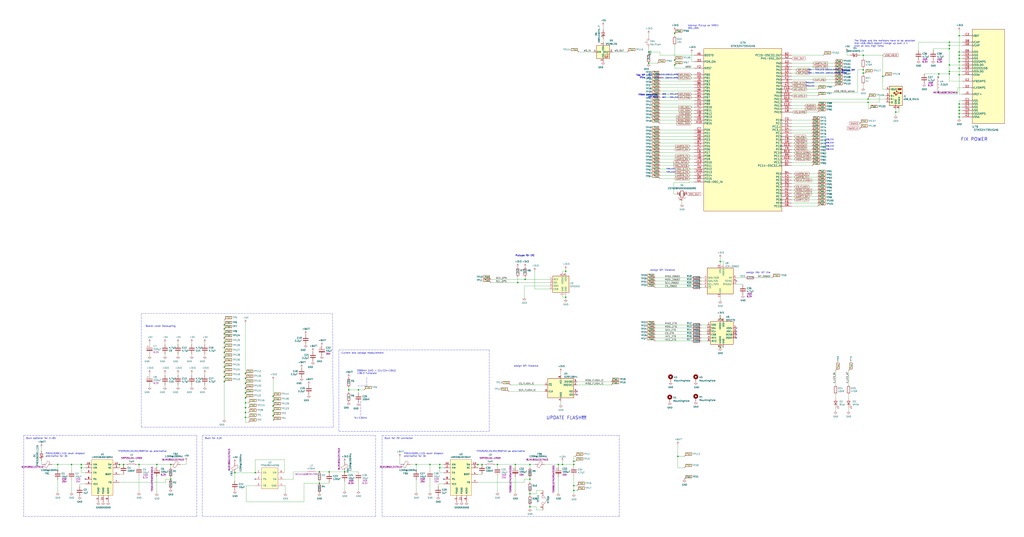
<source format=kicad_sch>
(kicad_sch (version 20211123) (generator eeschema)
  (paper "User" 799.998 419.989)
  (title_block (title "Yolo FC") (date "2021-04-24") (rev "1"))
  (junction (at 175.26 267.97))
  (junction (at 439.42 363.22))
  (junction (at 213.36 317.5))
  (junction (at 414.02 386.08))
  (junction (at 741.68 38.1))
  (junction (at 741.68 55.88))
  (junction (at 749.3 53.34))
  (junction (at 257.175 368.935))
  (junction (at 678.18 80.01))
  (junction (at 175.26 279.4))
  (junction (at 441.96 232.41))
  (junction (at 175.26 287.02))
  (junction (at 175.26 271.78))
  (junction (at 175.26 283.21))
  (junction (at 749.3 48.26))
  (junction (at 249.555 377.825))
  (junction (at 191.77 326.39))
  (junction (at 562.61 248.92))
  (junction (at 191.77 307.34))
  (junction (at 741.68 50.8))
  (junction (at 733.425 57.785))
  (junction (at 269.24 368.935))
  (junction (at 175.26 254))
  (junction (at 343.535 365.76))
  (junction (at 175.26 298.45))
  (junction (at 335.915 363.22))
  (junction (at 741.68 57.785))
  (junction (at 108.585 363.22))
  (junction (at 213.36 321.31))
  (junction (at 175.26 260.985))
  (junction (at 175.26 264.16))
  (junction (at 414.02 396.24))
  (junction (at 448.31 363.22))
  (junction (at 527.05 26.035))
  (junction (at 414.02 363.22))
  (junction (at 213.36 325.12))
  (junction (at 63.5 363.22))
  (junction (at 741.68 33.02))
  (junction (at 191.77 322.58))
  (junction (at 373.38 363.22))
  (junction (at 175.26 294.64))
  (junction (at 749.3 45.72))
  (junction (at 280.035 304.8))
  (junction (at 63.5 365.76))
  (junction (at 749.3 81.28))
  (junction (at 441.96 212.09))
  (junction (at 45.085 363.22))
  (junction (at 402.59 363.22))
  (junction (at 674.37 54.61))
  (junction (at 749.3 86.36))
  (junction (at 506.73 40.64))
  (junction (at 674.37 57.15))
  (junction (at 506.73 49.53))
  (junction (at 674.37 43.18))
  (junction (at 741.68 35.56))
  (junction (at 183.515 369.57))
  (junction (at 376.555 363.22))
  (junction (at 55.88 363.22))
  (junction (at 191.77 303.53))
  (junction (at 175.26 290.83))
  (junction (at 678.18 77.47))
  (junction (at 448.31 383.54))
  (junction (at 213.36 309.88))
  (junction (at 96.52 363.22))
  (junction (at 529.59 356.87))
  (junction (at 93.345 363.22))
  (junction (at 133.35 363.22))
  (junction (at 749.3 27.94))
  (junction (at 749.3 83.82))
  (junction (at 448.31 360.68))
  (junction (at 249.555 368.935))
  (junction (at 436.245 363.22))
  (junction (at 133.35 374.65))
  (junction (at 175.26 275.59))
  (junction (at 527.05 50.8))
  (junction (at 749.3 91.44))
  (junction (at 191.77 314.96))
  (junction (at 749.3 43.18))
  (junction (at 749.3 88.9))
  (junction (at 388.62 363.22))
  (junction (at 191.77 295.91))
  (junction (at 191.77 318.77))
  (junction (at 272.415 304.8))
  (junction (at 343.535 363.22))
  (junction (at 749.3 40.64))
  (junction (at 410.21 218.44))
  (junction (at 191.77 299.72))
  (junction (at 689.61 59.69))
  (junction (at 749.3 58.42))
  (junction (at 562.61 204.47))
  (junction (at 175.26 257.175))
  (junction (at 527.05 46.99))
  (junction (at 404.495 220.98))
  (junction (at 562.61 271.78))
  (junction (at 448.31 379.73))
  (junction (at 199.39 369.57))
  (junction (at 213.36 313.69))
  (junction (at 325.12 363.22))
  (junction (at 122.555 363.22))
  (junction (at 699.77 87.63))
  (junction (at 414.02 374.65))
  (junction (at 191.77 292.1))
  (junction (at 191.77 311.15))
  (no_connect (at 450.85 306.07))
  (no_connect (at 199.39 374.65))
  (no_connect (at 575.31 264.16))
  (no_connect (at 575.31 261.62))
  (no_connect (at 575.31 256.54))
  (no_connect (at 575.31 259.08))
  (no_connect (at 66.675 374.65))
  (no_connect (at 346.71 374.65))
  (no_connect (at 450.85 308.61))
  (no_connect (at 575.31 219.71))
  (wire (pts (xy 398.78 300.99) (xy 425.45 300.99)))
  (wire (pts (xy 749.3 53.34) (xy 749.3 58.42)))
  (wire (pts (xy 191.77 318.77) (xy 191.77 322.58)))
  (wire (pts (xy 548.005 219.71) (xy 549.91 219.71)))
  (wire (pts (xy 749.3 83.82) (xy 751.84 83.82)))
  (wire (pts (xy 175.26 250.19) (xy 175.26 254)))
  (wire (pts (xy 448.31 372.11) (xy 448.31 379.73)))
  (wire (pts (xy 175.26 283.21) (xy 175.26 279.4)))
  (wire (pts (xy 687.07 80.01) (xy 687.07 74.93)))
  (wire (pts (xy 335.915 363.22) (xy 343.535 363.22)))
  (wire (pts (xy 618.49 52.07) (xy 652.145 52.07)))
  (wire (pts (xy 414.02 373.38) (xy 414.02 374.65)))
  (wire (pts (xy 749.3 88.9) (xy 749.3 91.44)))
  (wire (pts (xy 749.3 86.36) (xy 751.84 86.36)))
  (wire (pts (xy 128.905 267.97) (xy 128.905 269.24)))
  (wire (pts (xy 448.31 379.73) (xy 448.31 383.54)))
  (wire (pts (xy 515.62 43.18) (xy 542.29 43.18)))
  (wire (pts (xy 149.86 300.99) (xy 149.86 302.26)))
  (wire (pts (xy 634.365 93.98) (xy 618.49 93.98)))
  (wire (pts (xy 733.425 57.785) (xy 721.995 57.785)))
  (wire (pts (xy 515.62 88.9) (xy 542.29 88.9)))
  (wire (pts (xy 618.49 151.13) (xy 638.81 151.13)))
  (wire (pts (xy 62.23 378.46) (xy 62.23 380.365)))
  (wire (pts (xy 662.94 311.15) (xy 662.94 308.61)))
  (wire (pts (xy 662.94 321.31) (xy 662.94 318.77)))
  (wire (pts (xy 128.905 292.1) (xy 128.905 293.37)))
  (wire (pts (xy 580.39 222.25) (xy 575.31 222.25)))
  (wire (pts (xy 511.81 261.62) (xy 540.385 261.62)))
  (wire (pts (xy 634.365 127) (xy 618.49 127)))
  (wire (pts (xy 511.81 222.25) (xy 540.385 222.25)))
  (wire (pts (xy 741.68 55.88) (xy 751.84 55.88)))
  (wire (pts (xy 471.17 20.32) (xy 471.17 22.86)))
  (wire (pts (xy 175.26 287.02) (xy 175.26 283.21)))
  (wire (pts (xy 749.3 91.44) (xy 749.3 92.71)))
  (wire (pts (xy 749.3 53.34) (xy 751.84 53.34)))
  (wire (pts (xy 565.15 204.47) (xy 565.15 207.01)))
  (wire (pts (xy 662.94 289.56) (xy 662.94 300.99)))
  (polyline (pts (xy 153.67 403.86) (xy 18.415 403.86)))
  (wire (pts (xy 175.26 294.64) (xy 175.26 290.83)))
  (wire (pts (xy 511.81 266.7) (xy 540.385 266.7)))
  (wire (pts (xy 129.54 374.65) (xy 133.35 374.65)))
  (wire (pts (xy 515.62 40.64) (xy 506.73 40.64)))
  (wire (pts (xy 45.085 363.22) (xy 45.085 367.665)))
  (wire (pts (xy 128.905 276.86) (xy 128.905 278.13)))
  (wire (pts (xy 515.62 73.66) (xy 542.29 73.66)))
  (wire (pts (xy 108.585 364.49) (xy 108.585 363.22)))
  (wire (pts (xy 511.81 217.17) (xy 540.385 217.17)))
  (wire (pts (xy 515.62 101.6) (xy 542.29 101.6)))
  (wire (pts (xy 320.675 363.22) (xy 325.12 363.22)))
  (wire (pts (xy 748.03 68.58) (xy 751.84 68.58)))
  (wire (pts (xy 448.31 360.68) (xy 448.31 363.22)))
  (wire (pts (xy 229.235 374.65) (xy 229.235 368.935)))
  (wire (pts (xy 448.31 364.49) (xy 448.31 363.22)))
  (wire (pts (xy 490.22 40.64) (xy 478.79 40.64)))
  (wire (pts (xy 527.05 35.56) (xy 527.05 46.99)))
  (wire (pts (xy 441.96 210.82) (xy 441.96 212.09)))
  (wire (pts (xy 191.77 322.58) (xy 191.77 326.39)))
  (wire (pts (xy 515.62 134.62) (xy 542.29 134.62)))
  (wire (pts (xy 527.05 24.13) (xy 527.05 26.035)))
  (wire (pts (xy 638.81 143.51) (xy 618.49 143.51)))
  (wire (pts (xy 388.62 364.49) (xy 388.62 363.22)))
  (polyline (pts (xy 293.37 340.36) (xy 293.37 403.86)))
  (polyline (pts (xy 110.49 334.01) (xy 110.49 245.11)))
  (wire (pts (xy 741.68 33.02) (xy 751.84 33.02)))
  (wire (pts (xy 511.81 224.79) (xy 540.385 224.79)))
  (wire (pts (xy 191.77 330.2) (xy 194.31 330.2)))
  (wire (pts (xy 436.245 363.22) (xy 425.45 363.22)))
  (wire (pts (xy 638.81 82.55) (xy 618.49 82.55)))
  (wire (pts (xy 191.77 318.77) (xy 194.31 318.77)))
  (wire (pts (xy 749.3 81.28) (xy 751.84 81.28)))
  (wire (pts (xy 749.3 48.26) (xy 749.3 53.34)))
  (wire (pts (xy 749.3 27.94) (xy 749.3 40.64)))
  (wire (pts (xy 335.915 375.285) (xy 335.915 384.81)))
  (wire (pts (xy 419.1 383.54) (xy 419.1 386.08)))
  (wire (pts (xy 515.62 124.46) (xy 542.29 124.46)))
  (wire (pts (xy 191.77 295.91) (xy 191.77 299.72)))
  (wire (pts (xy 409.575 223.52) (xy 409.575 232.41)))
  (wire (pts (xy 515.62 114.3) (xy 542.29 114.3)))
  (wire (pts (xy 448.31 356.87) (xy 448.31 360.68)))
  (wire (pts (xy 414.02 394.97) (xy 414.02 396.24)))
  (wire (pts (xy 257.175 377.19) (xy 257.175 377.825)))
  (wire (pts (xy 548.005 256.54) (xy 552.45 256.54)))
  (wire (pts (xy 513.715 49.53) (xy 506.73 49.53)))
  (polyline (pts (xy 264.795 337.185) (xy 382.27 337.185)))
  (wire (pts (xy 373.38 377.19) (xy 409.575 377.19)))
  (wire (pts (xy 449.58 356.87) (xy 448.31 356.87)))
  (wire (pts (xy 575.31 217.17) (xy 582.295 217.17)))
  (wire (pts (xy 402.59 372.745) (xy 402.59 385.445)))
  (wire (pts (xy 429.26 220.98) (xy 404.495 220.98)))
  (wire (pts (xy 55.88 367.665) (xy 55.88 363.22)))
  (wire (pts (xy 618.49 49.53) (xy 652.145 49.53)))
  (wire (pts (xy 32.385 363.22) (xy 33.02 363.22)))
  (wire (pts (xy 741.68 50.8) (xy 751.84 50.8)))
  (wire (pts (xy 439.42 360.68) (xy 439.42 363.22)))
  (wire (pts (xy 540.385 41.275) (xy 540.385 48.26)))
  (wire (pts (xy 538.48 142.24) (xy 542.29 142.24)))
  (wire (pts (xy 383.54 218.44) (xy 410.21 218.44)))
  (wire (pts (xy 175.26 260.985) (xy 175.26 257.175)))
  (wire (pts (xy 689.61 43.18) (xy 689.61 59.69)))
  (wire (pts (xy 249.555 376.555) (xy 249.555 377.825)))
  (wire (pts (xy 191.77 299.72) (xy 191.77 303.53)))
  (wire (pts (xy 618.49 106.68) (xy 634.365 106.68)))
  (wire (pts (xy 312.42 363.22) (xy 313.055 363.22)))
  (wire (pts (xy 506.73 26.67) (xy 506.73 27.94)))
  (wire (pts (xy 419.1 398.78) (xy 419.1 396.24)))
  (wire (pts (xy 175.26 279.4) (xy 175.26 275.59)))
  (wire (pts (xy 741.68 55.88) (xy 741.68 57.785)))
  (wire (pts (xy 160.02 292.1) (xy 160.02 293.37)))
  (wire (pts (xy 638.81 161.29) (xy 618.49 161.29)))
  (wire (pts (xy 108.585 372.11) (xy 108.585 384.81)))
  (wire (pts (xy 733.425 57.785) (xy 733.425 59.69)))
  (wire (pts (xy 527.05 50.8) (xy 527.05 53.34)))
  (wire (pts (xy 257.175 368.935) (xy 269.24 368.935)))
  (wire (pts (xy 213.36 309.88) (xy 213.36 313.69)))
  (wire (pts (xy 160.02 300.99) (xy 160.02 302.26)))
  (wire (pts (xy 515.62 111.76) (xy 542.29 111.76)))
  (wire (pts (xy 515.62 106.68) (xy 542.29 106.68)))
  (wire (pts (xy 229.235 368.935) (xy 239.395 368.935)))
  (wire (pts (xy 272.415 302.895) (xy 272.415 304.8)))
  (wire (pts (xy 343.535 363.22) (xy 346.71 363.22)))
  (wire (pts (xy 652.145 67.31) (xy 618.49 67.31)))
  (wire (pts (xy 643.255 43.18) (xy 618.49 43.18)))
  (wire (pts (xy 116.84 292.1) (xy 116.84 293.37)))
  (wire (pts (xy 749.3 83.82) (xy 749.3 86.36)))
  (wire (pts (xy 160.02 276.86) (xy 160.02 278.13)))
  (wire (pts (xy 452.12 40.64) (xy 463.55 40.64)))
  (wire (pts (xy 511.81 254) (xy 540.385 254)))
  (wire (pts (xy 122.555 372.745) (xy 122.555 385.445)))
  (wire (pts (xy 183.515 369.57) (xy 183.515 375.92)))
  (wire (pts (xy 618.49 77.47) (xy 678.18 77.47)))
  (polyline (pts (xy 259.715 245.11) (xy 260.35 334.01)))
  (wire (pts (xy 749.3 48.26) (xy 751.84 48.26)))
  (wire (pts (xy 272.415 304.8) (xy 280.035 304.8)))
  (wire (pts (xy 191.77 307.34) (xy 191.77 311.15)))
  (wire (pts (xy 139.065 267.97) (xy 139.065 269.24)))
  (wire (pts (xy 438.15 290.83) (xy 438.15 293.37)))
  (wire (pts (xy 175.26 271.78) (xy 175.26 267.97)))
  (wire (pts (xy 213.36 313.69) (xy 213.36 317.5)))
  (wire (pts (xy 335.915 363.22) (xy 325.12 363.22)))
  (wire (pts (xy 312.42 357.505) (xy 312.42 363.22)))
  (wire (pts (xy 618.49 140.97) (xy 638.81 140.97)))
  (wire (pts (xy 404.495 216.535) (xy 404.495 220.98)))
  (wire (pts (xy 749.3 43.18) (xy 751.84 43.18)))
  (wire (pts (xy 448.31 383.54) (xy 448.31 386.08)))
  (wire (pts (xy 247.015 368.935) (xy 249.555 368.935)))
  (wire (pts (xy 62.23 378.46) (xy 66.675 378.46)))
  (wire (pts (xy 96.52 370.84) (xy 93.345 370.84)))
  (wire (pts (xy 679.45 85.09) (xy 678.18 85.09)))
  (polyline (pts (xy 286.385 301.625) (xy 286.385 294.64)))
  (wire (pts (xy 529.59 356.87) (xy 534.67 356.87)))
  (wire (pts (xy 674.37 53.34) (xy 674.37 54.61)))
  (wire (pts (xy 618.49 146.05) (xy 638.81 146.05)))
  (wire (pts (xy 528.955 151.765) (xy 526.415 151.765)))
  (wire (pts (xy 506.73 38.1) (xy 506.73 40.64)))
  (wire (pts (xy 515.62 91.44) (xy 542.29 91.44)))
  (wire (pts (xy 222.25 359.41) (xy 199.39 359.41)))
  (wire (pts (xy 63.5 363.22) (xy 66.675 363.22)))
  (wire (pts (xy 618.49 119.38) (xy 634.365 119.38)))
  (wire (pts (xy 532.765 159.385) (xy 532.765 156.845)))
  (wire (pts (xy 699.77 90.17) (xy 699.77 87.63)))
  (wire (pts (xy 55.88 363.22) (xy 63.5 363.22)))
  (wire (pts (xy 618.49 62.23) (xy 652.145 62.23)))
  (wire (pts (xy 674.37 54.61) (xy 674.37 57.15)))
  (wire (pts (xy 139.065 276.86) (xy 139.065 278.13)))
  (wire (pts (xy 733.425 73.66) (xy 733.425 72.39)))
  (wire (pts (xy 751.84 73.66) (xy 749.3 73.66)))
  (wire (pts (xy 376.555 370.84) (xy 373.38 370.84)))
  (wire (pts (xy 191.77 292.1) (xy 191.77 295.91)))
  (wire (pts (xy 652.78 289.56) (xy 652.78 300.99)))
  (polyline (pts (xy 153.67 340.36) (xy 153.67 403.86)))
  (wire (pts (xy 634.365 101.6) (xy 618.49 101.6)))
  (wire (pts (xy 414.02 384.81) (xy 414.02 386.08)))
  (wire (pts (xy 175.26 264.16) (xy 175.26 260.985)))
  (wire (pts (xy 199.39 379.73) (xy 192.405 379.73)))
  (wire (pts (xy 652.78 311.15) (xy 652.78 308.61)))
  (wire (pts (xy 526.415 151.765) (xy 526.415 142.875)))
  (wire (pts (xy 689.61 59.69) (xy 689.61 69.85)))
  (wire (pts (xy 175.26 327.66) (xy 175.26 298.45)))
  (wire (pts (xy 618.49 138.43) (xy 638.81 138.43)))
  (wire (pts (xy 515.62 81.28) (xy 542.29 81.28)))
  (wire (pts (xy 55.88 375.285) (xy 55.88 384.81)))
  (wire (pts (xy 618.49 87.63) (xy 638.81 87.63)))
  (wire (pts (xy 139.065 300.99) (xy 139.065 302.26)))
  (wire (pts (xy 749.3 88.9) (xy 751.84 88.9)))
  (wire (pts (xy 674.37 45.72) (xy 674.37 43.18)))
  (wire (pts (xy 515.62 58.42) (xy 542.29 58.42)))
  (wire (pts (xy 511.81 259.08) (xy 540.385 259.08)))
  (wire (pts (xy 222.25 369.57) (xy 222.25 359.41)))
  (wire (pts (xy 674.37 57.15) (xy 675.64 57.15)))
  (wire (pts (xy 751.84 78.74) (xy 749.3 78.74)))
  (wire (pts (xy 638.81 74.93) (xy 618.49 74.93)))
  (wire (pts (xy 741.68 38.1) (xy 741.68 50.8)))
  (wire (pts (xy 249.555 368.935) (xy 257.175 368.935)))
  (wire (pts (xy 618.49 111.76) (xy 634.365 111.76)))
  (wire (pts (xy 108.585 363.22) (xy 122.555 363.22)))
  (polyline (pts (xy 483.87 340.36) (xy 483.87 403.86)))
  (wire (pts (xy 741.68 63.5) (xy 751.84 63.5)))
  (wire (pts (xy 409.575 374.65) (xy 414.02 374.65)))
  (wire (pts (xy 417.83 226.06) (xy 429.26 226.06)))
  (wire (pts (xy 749.3 58.42) (xy 749.3 73.66)))
  (wire (pts (xy 280.035 376.555) (xy 280.035 383.54)))
  (wire (pts (xy 634.365 96.52) (xy 618.49 96.52)))
  (wire (pts (xy 538.48 142.875) (xy 538.48 142.24)))
  (wire (pts (xy 419.1 386.08) (xy 414.02 386.08)))
  (wire (pts (xy 414.02 377.19) (xy 414.02 374.65)))
  (wire (pts (xy 511.81 256.54) (xy 540.385 256.54)))
  (wire (pts (xy 191.77 252.73) (xy 191.77 292.1)))
  (wire (pts (xy 325.12 384.81) (xy 325.12 375.285)))
  (wire (pts (xy 441.96 212.09) (xy 441.96 213.36)))
  (polyline (pts (xy 264.795 273.685) (xy 382.27 273.685)))
  (wire (pts (xy 749.3 78.74) (xy 749.3 81.28)))
  (wire (pts (xy 618.49 124.46) (xy 634.365 124.46)))
  (wire (pts (xy 515.62 86.36) (xy 542.29 86.36)))
  (wire (pts (xy 562.61 248.92) (xy 565.15 248.92)))
  (wire (pts (xy 749.3 58.42) (xy 751.84 58.42)))
  (wire (pts (xy 409.575 223.52) (xy 429.26 223.52)))
  (polyline (pts (xy 279.4 301.625) (xy 286.385 301.625)))
  (wire (pts (xy 618.49 114.3) (xy 634.365 114.3)))
  (wire (pts (xy 678.18 85.09) (xy 678.18 80.01)))
  (wire (pts (xy 379.095 363.22) (xy 376.555 363.22)))
  (wire (pts (xy 618.49 80.01) (xy 678.18 80.01)))
  (wire (pts (xy 540.385 48.26) (xy 542.29 48.26)))
  (wire (pts (xy 402.59 363.22) (xy 414.02 363.22)))
  (wire (pts (xy 424.18 398.78) (xy 419.1 398.78)))
  (wire (pts (xy 122.555 363.22) (xy 122.555 365.125)))
  (wire (pts (xy 618.49 153.67) (xy 638.81 153.67)))
  (wire (pts (xy 741.68 35.56) (xy 741.68 38.1)))
  (wire (pts (xy 515.62 71.12) (xy 542.29 71.12)))
  (wire (pts (xy 748.03 73.66) (xy 733.425 73.66)))
  (wire (pts (xy 66.675 369.57) (xy 63.5 369.57)))
  (wire (pts (xy 417.83 363.22) (xy 414.02 363.22)))
  (wire (pts (xy 638.81 85.09) (xy 618.49 85.09)))
  (wire (pts (xy 661.67 43.18) (xy 664.21 43.18)))
  (wire (pts (xy 618.49 116.84) (xy 634.365 116.84)))
  (polyline (pts (xy 158.115 403.86) (xy 158.115 340.36)))
  (wire (pts (xy 515.62 121.92) (xy 542.29 121.92)))
  (wire (pts (xy 634.365 104.14) (xy 618.49 104.14)))
  (wire (pts (xy 562.61 207.01) (xy 562.61 204.47)))
  (wire (pts (xy 269.24 376.555) (xy 269.24 383.54)))
  (wire (pts (xy 438.15 316.23) (xy 438.15 313.69)))
  (wire (pts (xy 527.05 26.035) (xy 527.05 27.94)))
  (wire (pts (xy 678.18 80.01) (xy 687.07 80.01)))
  (wire (pts (xy 63.5 365.76) (xy 66.675 365.76)))
  (wire (pts (xy 417.83 212.09) (xy 417.83 226.06)))
  (wire (pts (xy 749.3 43.18) (xy 749.3 45.72)))
  (wire (pts (xy 133.35 363.22) (xy 133.35 365.76)))
  (wire (pts (xy 199.39 359.41) (xy 199.39 369.57)))
  (wire (pts (xy 269.24 368.935) (xy 280.035 368.935)))
  (wire (pts (xy 149.86 276.86) (xy 149.86 278.13)))
  (wire (pts (xy 99.06 363.22) (xy 96.52 363.22)))
  (wire (pts (xy 450.85 298.45) (xy 477.52 298.45)))
  (wire (pts (xy 548.005 217.17) (xy 549.91 217.17)))
  (wire (pts (xy 638.81 158.75) (xy 618.49 158.75)))
  (wire (pts (xy 618.49 156.21) (xy 638.81 156.21)))
  (polyline (pts (xy 260.35 334.01) (xy 110.49 334.01)))
  (wire (pts (xy 515.62 127) (xy 542.29 127)))
  (wire (pts (xy 618.49 57.15) (xy 652.145 57.15)))
  (wire (pts (xy 280.035 304.8) (xy 284.48 304.8)))
  (wire (pts (xy 122.555 363.22) (xy 133.35 363.22)))
  (wire (pts (xy 678.18 76.2) (xy 678.18 77.47)))
  (wire (pts (xy 32.385 349.885) (xy 32.385 352.425)))
  (wire (pts (xy 515.62 132.08) (xy 542.29 132.08)))
  (wire (pts (xy 257.175 377.825) (xy 249.555 377.825)))
  (wire (pts (xy 562.61 232.41) (xy 562.61 234.95)))
  (wire (pts (xy 441.96 232.41) (xy 441.96 233.68)))
  (wire (pts (xy 191.77 326.39) (xy 194.31 326.39)))
  (wire (pts (xy 386.715 363.22) (xy 388.62 363.22)))
  (wire (pts (xy 652.78 321.31) (xy 652.78 318.77)))
  (polyline (pts (xy 110.49 245.11) (xy 259.715 245.11)))
  (wire (pts (xy 149.86 267.97) (xy 149.86 269.24)))
  (wire (pts (xy 515.62 96.52) (xy 542.29 96.52)))
  (wire (pts (xy 63.5 369.57) (xy 63.5 365.76)))
  (wire (pts (xy 515.62 119.38) (xy 542.29 119.38)))
  (wire (pts (xy 237.49 392.43) (xy 237.49 377.825)))
  (wire (pts (xy 346.71 369.57) (xy 343.535 369.57)))
  (wire (pts (xy 674.37 57.15) (xy 674.37 58.42)))
  (wire (pts (xy 373.38 363.22) (xy 373.38 365.76)))
  (wire (pts (xy 515.62 76.2) (xy 542.29 76.2)))
  (wire (pts (xy 548.005 222.25) (xy 549.91 222.25)))
  (wire (pts (xy 145.415 360.68) (xy 145.415 363.22)))
  (wire (pts (xy 515.62 83.82) (xy 542.29 83.82)))
  (wire (pts (xy 548.005 224.79) (xy 549.91 224.79)))
  (wire (pts (xy 661.67 40.64) (xy 661.67 43.18)))
  (wire (pts (xy 237.49 377.825) (xy 249.555 377.825)))
  (wire (pts (xy 749.3 40.64) (xy 751.84 40.64)))
  (wire (pts (xy 618.49 148.59) (xy 638.81 148.59)))
  (wire (pts (xy 741.68 33.02) (xy 741.68 35.56)))
  (wire (pts (xy 343.535 365.76) (xy 343.535 363.22)))
  (wire (pts (xy 192.405 379.73) (xy 192.405 392.43)))
  (wire (pts (xy 448.31 360.68) (xy 449.58 360.68)))
  (wire (pts (xy 749.3 86.36) (xy 749.3 88.9)))
  (wire (pts (xy 116.84 276.86) (xy 116.84 278.13)))
  (wire (pts (xy 441.96 231.14) (xy 441.96 232.41)))
  (wire (pts (xy 527.05 53.34) (xy 542.29 53.34)))
  (wire (pts (xy 728.98 38.1) (xy 728.98 39.37)))
  (wire (pts (xy 414.02 386.08) (xy 414.02 387.35)))
  (wire (pts (xy 257.175 369.57) (xy 257.175 368.935)))
  (wire (pts (xy 373.38 363.22) (xy 376.555 363.22)))
  (wire (pts (xy 222.25 379.73) (xy 222.885 379.73)))
  (wire (pts (xy 618.49 121.92) (xy 634.365 121.92)))
  (wire (pts (xy 335.915 367.665) (xy 335.915 363.22)))
  (wire (pts (xy 638.81 69.85) (xy 618.49 69.85)))
  (wire (pts (xy 515.62 78.74) (xy 542.29 78.74)))
  (wire (pts (xy 383.54 220.98) (xy 404.495 220.98)))
  (wire (pts (xy 191.77 326.39) (xy 191.77 330.2)))
  (polyline (pts (xy 382.27 273.685) (xy 382.27 337.185)))
  (wire (pts (xy 191.77 303.53) (xy 191.77 307.34)))
  (wire (pts (xy 222.25 374.65) (xy 229.235 374.65)))
  (wire (pts (xy 424.18 383.54) (xy 419.1 383.54)))
  (wire (pts (xy 717.55 33.02) (xy 741.68 33.02)))
  (wire (pts (xy 450.85 379.73) (xy 448.31 379.73)))
  (wire (pts (xy 652.145 64.77) (xy 618.49 64.77)))
  (wire (pts (xy 749.3 45.72) (xy 749.3 48.26)))
  (wire (pts (xy 343.535 365.76) (xy 346.71 365.76)))
  (wire (pts (xy 419.1 396.24) (xy 414.02 396.24)))
  (wire (pts (xy 515.62 93.98) (xy 542.29 93.98)))
  (polyline (pts (xy 264.795 337.185) (xy 264.795 273.685)))
  (wire (pts (xy 402.59 363.22) (xy 402.59 365.125)))
  (wire (pts (xy 741.68 57.785) (xy 741.68 63.5)))
  (wire (pts (xy 410.21 216.535) (xy 410.21 218.44)))
  (polyline (pts (xy 293.37 403.86) (xy 158.115 403.86)))
  (wire (pts (xy 529.59 347.98) (xy 529.59 356.87)))
  (wire (pts (xy 342.265 378.46) (xy 342.265 380.365)))
  (wire (pts (xy 175.26 275.59) (xy 175.26 271.78)))
  (wire (pts (xy 527.05 46.99) (xy 527.05 50.8)))
  (wire (pts (xy 222.885 379.73) (xy 222.885 385.445)))
  (wire (pts (xy 191.77 314.96) (xy 194.31 314.96)))
  (wire (pts (xy 515.62 60.96) (xy 542.29 60.96)))
  (wire (pts (xy 618.49 135.89) (xy 638.81 135.89)))
  (wire (pts (xy 183.515 369.57) (xy 199.39 369.57)))
  (wire (pts (xy 515.62 66.04) (xy 542.29 66.04)))
  (wire (pts (xy 562.61 204.47) (xy 562.61 201.93)))
  (wire (pts (xy 439.42 213.36) (xy 439.42 212.09)))
  (wire (pts (xy 448.31 383.54) (xy 450.85 383.54)))
  (wire (pts (xy 548.005 254) (xy 552.45 254)))
  (wire (pts (xy 634.365 99.06) (xy 618.49 99.06)))
  (wire (pts (xy 439.42 231.14) (xy 439.42 232.41)))
  (wire (pts (xy 515.62 104.14) (xy 542.29 104.14)))
  (wire (pts (xy 116.84 267.97) (xy 116.84 269.24)))
  (wire (pts (xy 145.415 363.22) (xy 140.97 363.22)))
  (wire (pts (xy 548.005 264.16) (xy 552.45 264.16)))
  (wire (pts (xy 652.145 59.69) (xy 618.49 59.69)))
  (wire (pts (xy 448.31 363.22) (xy 439.42 363.22)))
  (wire (pts (xy 749.3 24.13) (xy 749.3 27.94)))
  (wire (pts (xy 618.49 54.61) (xy 652.145 54.61)))
  (wire (pts (xy 213.36 317.5) (xy 213.36 321.31)))
  (wire (pts (xy 192.405 392.43) (xy 237.49 392.43)))
  (wire (pts (xy 325.12 363.22) (xy 325.12 367.665)))
  (wire (pts (xy 515.62 129.54) (xy 542.29 129.54)))
  (wire (pts (xy 548.005 261.62) (xy 552.45 261.62)))
  (wire (pts (xy 436.245 372.745) (xy 436.245 385.445)))
  (wire (pts (xy 526.415 142.875) (xy 538.48 142.875)))
  (wire (pts (xy 149.86 292.1) (xy 149.86 293.37)))
  (wire (pts (xy 213.36 297.18) (xy 213.36 309.88)))
  (wire (pts (xy 191.77 322.58) (xy 194.31 322.58)))
  (wire (pts (xy 106.68 363.22) (xy 108.585 363.22)))
  (wire (pts (xy 634.365 129.54) (xy 618.49 129.54)))
  (wire (pts (xy 439.42 232.41) (xy 441.96 232.41)))
  (wire (pts (xy 388.62 363.22) (xy 402.59 363.22)))
  (wire (pts (xy 343.535 369.57) (xy 343.535 365.76)))
  (wire (pts (xy 548.005 259.08) (xy 552.45 259.08)))
  (wire (pts (xy 32.385 360.045) (xy 32.385 363.22)))
  (wire (pts (xy 93.345 377.19) (xy 129.54 377.19)))
  (wire (pts (xy 689.61 69.85) (xy 692.15 69.85)))
  (wire (pts (xy 410.21 218.44) (xy 429.26 218.44)))
  (wire (pts (xy 687.07 74.93) (xy 692.15 74.93)))
  (wire (pts (xy 45.085 384.81) (xy 45.085 375.285)))
  (wire (pts (xy 175.26 257.175) (xy 175.26 254)))
  (wire (pts (xy 175.26 298.45) (xy 175.26 294.64)))
  (wire (pts (xy 580.39 222.885) (xy 580.39 222.25)))
  (wire (pts (xy 749.3 45.72) (xy 751.84 45.72)))
  (wire (pts (xy 506.73 40.64) (xy 506.73 41.91)))
  (wire (pts (xy 689.61 59.69) (xy 690.88 59.69)))
  (wire (pts (xy 748.03 68.58) (xy 748.03 73.66)))
  (polyline (pts (xy 18.415 340.36) (xy 153.67 340.36)))
  (wire (pts (xy 671.83 43.18) (xy 674.37 43.18)))
  (wire (pts (xy 562.61 204.47) (xy 565.15 204.47)))
  (wire (pts (xy 175.26 290.83) (xy 175.26 287.02)))
  (wire (pts (xy 515.62 68.58) (xy 542.29 68.58)))
  (wire (pts (xy 160.02 267.97) (xy 160.02 269.24)))
  (polyline (pts (xy 18.415 403.86) (xy 18.415 340.36)))
  (wire (pts (xy 749.3 81.28) (xy 749.3 83.82)))
  (polyline (pts (xy 298.45 340.36) (xy 483.87 340.36)))
  (wire (pts (xy 63.5 365.76) (xy 63.5 363.22)))
  (polyline (pts (xy 483.87 403.86) (xy 298.45 403.86)))
  (wire (pts (xy 699.77 87.63) (xy 702.31 87.63)))
  (wire (pts (xy 397.51 306.07) (xy 425.45 306.07)))
  (wire (pts (xy 749.3 91.44) (xy 751.84 91.44)))
  (wire (pts (xy 450.85 300.99) (xy 477.52 300.99)))
  (wire (pts (xy 515.62 139.7) (xy 542.29 139.7)))
  (wire (pts (xy 717.55 33.02) (xy 717.55 39.37)))
  (wire (pts (xy 669.925 54.61) (xy 669.925 72.39)))
  (wire (pts (xy 436.245 363.22) (xy 436.245 365.125)))
  (wire (pts (xy 741.68 50.8) (xy 741.68 55.88)))
  (wire (pts (xy 213.36 321.31) (xy 213.36 325.12)))
  (wire (pts (xy 439.42 212.09) (xy 441.96 212.09)))
  (wire (pts (xy 280.035 307.34) (xy 280.035 304.8)))
  (wire (pts (xy 515.62 109.22) (xy 542.29 109.22)))
  (wire (pts (xy 272.415 304.8) (xy 272.415 306.705)))
  (wire (pts (xy 388.62 372.11) (xy 388.62 384.81)))
  (wire (pts (xy 702.31 87.63) (xy 702.31 85.09)))
  (wire (pts (xy 40.64 363.22) (xy 45.085 363.22)))
  (wire (pts (xy 589.915 217.17) (xy 603.25 217.17)))
  (wire (pts (xy 669.925 72.39) (xy 618.49 72.39)))
  (wire (pts (xy 678.18 77.47) (xy 692.15 77.47)))
  (polyline (pts (xy 298.45 403.86) (xy 298.45 340.36)))
  (wire (pts (xy 674.37 43.18) (xy 689.61 43.18)))
  (wire (pts (xy 741.68 35.56) (xy 751.84 35.56)))
  (wire (pts (xy 213.36 325.12) (xy 213.36 328.93)))
  (wire (pts (xy 741.68 38.1) (xy 728.98 38.1)))
  (wire (pts (xy 93.345 363.22) (xy 93.345 365.76)))
  (wire (pts (xy 618.49 109.22) (xy 634.365 109.22)))
  (wire (pts (xy 529.59 365.76) (xy 534.67 365.76)))
  (wire (pts (xy 414.02 363.22) (xy 414.02 365.76)))
  (wire (pts (xy 529.59 356.87) (xy 529.59 365.76)))
  (wire (pts (xy 93.345 363.22) (xy 96.52 363.22)))
  (wire (pts (xy 129.54 377.19) (xy 129.54 374.65)))
  (wire (pts (xy 749.3 40.64) (xy 749.3 43.18)))
  (wire (pts (xy 471.17 30.48) (xy 471.17 33.02)))
  (wire (pts (xy 515.62 137.16) (xy 542.29 137.16)))
  (wire (pts (xy 55.88 363.22) (xy 45.085 363.22)))
  (wire (pts (xy 342.265 378.46) (xy 346.71 378.46)))
  (wire (pts (xy 191.77 314.96) (xy 191.77 318.77)))
  (wire (pts (xy 515.62 43.18) (xy 515.62 40.64)))
  (wire (pts (xy 116.84 300.99) (xy 116.84 302.26)))
  (wire (pts (xy 674.37 66.04) (xy 674.37 68.58)))
  (wire (pts (xy 515.62 116.84) (xy 542.29 116.84)))
  (wire (pts (xy 749.3 27.94) (xy 751.84 27.94)))
  (wire (pts (xy 139.065 292.1) (xy 139.065 293.37)))
  (wire (pts (xy 128.905 300.99) (xy 128.905 302.26)))
  (wire (pts (xy 191.77 311.15) (xy 191.77 314.96)))
  (polyline (pts (xy 158.115 340.36) (xy 293.37 340.36)))
  (wire (pts (xy 741.68 57.785) (xy 733.425 57.785)))
  (wire (pts (xy 133.35 373.38) (xy 133.35 374.65)))
  (wire (pts (xy 515.62 63.5) (xy 542.29 63.5)))
  (wire (pts (xy 562.61 271.78) (xy 565.15 271.78)))
  (wire (pts (xy 436.245 363.22) (xy 439.42 363.22)))
  (wire (pts (xy 548.005 266.7) (xy 552.45 266.7)))
  (wire (pts (xy 511.81 219.71) (xy 540.385 219.71)))
  (wire (pts (xy 414.02 396.24) (xy 414.02 397.51)))
  (wire (pts (xy 699.77 87.63) (xy 699.77 85.09)))
  (wire (pts (xy 674.37 54.61) (xy 669.925 54.61)))
  (wire (pts (xy 409.575 377.19) (xy 409.575 374.65)))
  (polyline (pts (xy 281.94 313.69) (xy 281.94 325.755)))
  (wire (pts (xy 511.81 264.16) (xy 540.385 264.16)))
  (wire (pts (xy 175.26 267.97) (xy 175.26 264.16)))
  (text "Board-Level Decoupling" (at 113.665 255.905 0) (effects (font (size 1.27 1.27)) (justify left bottom)))
  (text "Internal Pullup on NRST:\n30k...50k" (at 537.21 22.86 0) (effects (font (size 1.27 1.27)) (justify left bottom)))
  (text "TIM8_CH2" (at 651.51 112.395 180) (effects (font (size 0.9906 0.9906)) (justify right bottom)))
  (text "B01 - TIM3_CH4  (ADC12_INP5)" (at 530.225 61.595 180) (effects (font (size 0.9906 0.9906)) (justify right bottom)))
  (text "TFM252012ALMA1R0MTAA as alternative" (at 372.11 353.695 0) (effects (font (size 1.27 1.27)) (justify left bottom)))
  (text "TIM8_CH4" (at 651.51 117.475 180) (effects (font (size 0.9906 0.9906)) (justify right bottom)))
  (text "B00 - TIM3_CH3 (ADC12_INP9)" (at 530.225 59.055 180) (effects (font (size 0.9906 0.9906)) (justify right bottom)))
  (text "TIM4_CH1" (at 527.685 132.715 180) (effects (font (size 0.9906 0.9906)) (justify right bottom)))
  (text "UPDATE FLASH!!!\n" (at 426.72 328.295 0) (effects (font (size 2.54 2.54) (thickness 0.254) bold) (justify left bottom)))
  (text "TFM252012ALMA1R0MTAA as alternative" (at 92.075 353.695 0) (effects (font (size 1.27 1.27)) (justify left bottom)))
  (text "Buck for 3,3V" (at 160.02 343.535 0) (effects (font (size 1.27 1.27)) (justify left bottom)))
  (text "Top MP\nPins" (at 504.19 61.595 180) (effects (font (size 1.27 1.27) (thickness 0.254) bold) (justify right bottom)))
  (text "A03 - TIM2_CH4  (ADC12_INP18)" (at 631.19 57.785 0) (effects (font (size 0.9906 0.9906)) (justify left bottom)))
  (text "TIM8_CH1" (at 651.51 109.855 180) (effects (font (size 0.9906 0.9906)) (justify right bottom)))
  (text "TIM8_CH3" (at 651.51 114.935 180) (effects (font (size 0.9906 0.9906)) (justify right bottom)))
  (text "TIM3_CH1" (at 636.27 65.405 180) (effects (font (size 0.9906 0.9906)) (justify right bottom)))
  (text "FIX POWER" (at 750.57 110.49 0) (effects (font (size 2.54 2.54) (thickness 0.254) bold) (justify left bottom)))
  (text "assign SPI instance" (at 508 212.09 0) (effects (font (size 1.27 1.27)) (justify left bottom)))
  (text "Buck for HD connector" (at 300.355 343.535 0) (effects (font (size 1.27 1.27)) (justify left bottom)))
  (text "B07 - TIM4_CH2" (at 530.225 76.835 180) (effects (font (size 0.9906 0.9906)) (justify right bottom)))
  (text "Video connector\nMP Pins" (at 514.35 76.835 180) (effects (font (size 1.27 1.27) (thickness 0.254) bold) (justify right bottom)))
  (text "PMEG1030EJ,115 lower dropout\nalternative for 3A" (at 35.56 357.505 0) (effects (font (size 1.27 1.27)) (justify left bottom)))
  (text "3300mV (ref) / (1k/(1k+10k))\n=36,3 Fullscale" (at 278.765 292.735 0) (effects (font (size 1.27 1.27)) (justify left bottom)))
  (text "Bottom MP\nPins" (at 657.225 57.785 0) (effects (font (size 1.27 1.27) (thickness 0.254) bold) (justify left bottom)))
  (text "Current and voltage measurement" (at 266.7 276.86 0) (effects (font (size 1.27 1.27)) (justify left bottom)))
  (text "assign SPI instance" (at 401.32 287.02 0) (effects (font (size 1.27 1.27)) (justify left bottom)))
  (text "assign IMU INT line" (at 582.93 213.995 0) (effects (font (size 1.27 1.27)) (justify left bottom)))
  (text "Pullups für I2C" (at 402.59 200.66 0) (effects (font (size 1.27 1.27) (thickness 0.254) bold) (justify left bottom)))
  (text "TIM3_CH2" (at 636.27 67.945 180) (effects (font (size 0.9906 0.9906)) (justify right bottom)))
  (text "fc=1,6kHz" (at 276.86 327.66 0) (effects (font (size 1.27 1.27)) (justify left bottom)))
  (text "TIM4_CH2" (at 527.685 135.255 180) (effects (font (size 0.9906 0.9906)) (justify right bottom)))
  (text "B06 - TIM4_CH1" (at 530.225 74.295 180) (effects (font (size 0.9906 0.9906)) (justify right bottom)))
  (text "Buck optional for 2-6S" (at 20.32 343.535 0) (effects (font (size 1.27 1.27)) (justify left bottom)))
  (text "A02 - TIM2_CH3 (ADC12_INP15)" (at 631.19 55.245 0) (effects (font (size 0.9906 0.9906)) (justify left bottom)))
  (text "The Diode ond the resistors have to be selected\nthat USB_VBUS doesnt charge up over 2 V \neven at very high Temp" (at 667.385 36.83 0) (effects (font (size 1.27 1.27)) (justify left bottom)))
  (text "PMEG1030EJ,115 lower dropout\nalternative for 3A" (at 315.595 357.505 0) (effects (font (size 1.27 1.27)) (justify left bottom)))
  (label "MISO_FLASH_IC" (at 457.2 300.99 0))
  (label "NRST" (at 535.305 53.34 0))
  (label "SCK_FLASH_IC" (at 405.13 306.07 0))
  (label "CS_FLASH_IC" (at 405.13 300.99 0))
  (label "INT2_270" (at 519.43 266.7 0))
  (label "INT1_270" (at 519.43 264.16 0))
  (label "INT_20602" (at 591.82 217.17 0))
  (label "MOSI_20602" (at 519.43 219.71 0))
  (label "WS_IN" (at 455.93 40.64 0))
  (label "MOSI_FLASH_IC" (at 457.2 298.45 0))
  (label "MISO_270" (at 519.43 254 0))
  (label "WS_OUT" (at 480.06 40.64 0))
  (label "SCK_270" (at 519.6155 259.08 0))
  (label "SCK_20602" (at 519.43 222.25 0))
  (label "SCK_DPS" (at 387.35 218.44 0))
  (label "SCL_DPS" (at 387.35 220.98 0))
  (label "A_LED_BL" (at 652.78 299.72 90))
  (label "MISO_20602" (at 519.43 217.17 0))
  (label "USB_VBUS_sense" (at 651.51 72.39 0))
  (label "MOSI_270" (at 519.43 256.54 0))
  (label "CS_20602" (at 519.43 224.79 0))
  (label "CS_270" (at 519.43 261.62 0))
  (label "A_LED_WT" (at 662.94 299.72 90))
  (global_label "OSC_OUT" (shape input) (at 536.575 151.765 0) (property "Intersheet References" "${INTERSHEET_REFS}" (effects hide)))
  (global_label "MOTOR1" (shape input) (at 620.395 109.22 0) (property "Intersheet References" "${INTERSHEET_REFS}" (effects hide)))
  (global_label "UART2_TX" (shape input) (at 539.115 114.3 180) (property "Intersheet References" "${INTERSHEET_REFS}" (effects hide)))
  (global_label "MOSI_OSD" (shape input) (at 540.385 96.52 180) (property "Intersheet References" "${INTERSHEET_REFS}" (effects hide)))
  (global_label "UART7_RX" (shape input) (at 620.395 153.67 0) (property "Intersheet References" "${INTERSHEET_REFS}" (effects hide)))
  (global_label "SWDIO" (shape input) (at 628.65 82.55 0) (property "Intersheet References" "${INTERSHEET_REFS}" (effects hide)))
  (global_label "IMU_INT1A" (shape input) (at 538.48 127 180) (property "Intersheet References" "${INTERSHEET_REFS}" (effects hide)))
  (global_label "CS_FLASH" (shape input) (at 620.395 146.05 0) (property "Intersheet References" "${INTERSHEET_REFS}" (effects hide)))
  (global_label "MISO_GYRO" (shape input) (at 620.395 121.92 0) (property "Intersheet References" "${INTERSHEET_REFS}" (effects hide)))
  (global_label "UART9_TX" (shape input) (at 539.115 137.16 180) (property "Intersheet References" "${INTERSHEET_REFS}" (effects hide)))
  (global_label "SWDCLK" (shape input) (at 628.65 85.09 0) (property "Intersheet References" "${INTERSHEET_REFS}" (effects hide)))
  (global_label "UART8_RX" (shape input) (at 620.395 135.89 0) (property "Intersheet References" "${INTERSHEET_REFS}" (effects hide)))
  (global_label "UART3_TX" (shape input) (at 539.115 121.92 180) (property "Intersheet References" "${INTERSHEET_REFS}" (effects hide)))
  (global_label "MOTOR3" (shape input) (at 620.395 114.3 0) (property "Intersheet References" "${INTERSHEET_REFS}" (effects hide)))
  (global_label "MP_PIN1" (shape input) (at 540.385 58.42 180) (property "Intersheet References" "${INTERSHEET_REFS}" (effects hide)))
  (global_label "MOSI_FLASH" (shape input) (at 620.395 151.13 0) (property "Intersheet References" "${INTERSHEET_REFS}" (effects hide)))
  (global_label "CS_GYRO" (shape input) (at 619.125 87.63 0) (property "Intersheet References" "${INTERSHEET_REFS}" (effects hide)))
  (global_label "MOTOR2" (shape input) (at 620.395 116.84 0) (property "Intersheet References" "${INTERSHEET_REFS}" (effects hide)))
  (global_label "ESC_1_TX" (shape input) (at 618.49 67.31 0) (property "Intersheet References" "${INTERSHEET_REFS}" (effects hide)))
  (global_label "MOTOR4" (shape input) (at 620.395 111.76 0) (property "Intersheet References" "${INTERSHEET_REFS}" (effects hide)))
  (global_label "ESC_4_TX" (shape input) (at 539.115 134.62 180) (property "Intersheet References" "${INTERSHEET_REFS}" (effects hide)))
  (global_label "SCLK_FLASH" (shape input) (at 620.395 140.97 0) (property "Intersheet References" "${INTERSHEET_REFS}" (effects hide)))
  (global_label "I2C_SDA" (shape input) (at 540.385 86.36 180) (property "Intersheet References" "${INTERSHEET_REFS}" (effects hide)))
  (global_label "SWDCLK" (shape input) (at 671.83 100.33 180) (property "Intersheet References" "${INTERSHEET_REFS}" (effects hide)))
  (global_label "ESC_3_TX" (shape input) (at 539.115 132.08 180) (property "Intersheet References" "${INTERSHEET_REFS}" (effects hide)))
  (global_label "UART7_TX" (shape input) (at 620.395 156.21 0) (property "Intersheet References" "${INTERSHEET_REFS}" (effects hide)))
  (global_label "OSC_OUT" (shape input) (at 618.49 45.72 0) (property "Intersheet References" "${INTERSHEET_REFS}" (effects hide)))
  (global_label "MOSI_GYRO" (shape input) (at 620.395 124.46 0) (property "Intersheet References" "${INTERSHEET_REFS}" (effects hide)))
  (global_label "SCLK_GYRO" (shape input) (at 620.395 119.38 0) (property "Intersheet References" "${INTERSHEET_REFS}" (effects hide)))
  (global_label "UART9_RX" (shape input) (at 539.115 139.7 180) (property "Intersheet References" "${INTERSHEET_REFS}" (effects hide)))
  (global_label "UC_LED_2" (shape input) (at 618.49 69.85 0) (property "Intersheet References" "${INTERSHEET_REFS}" (effects hide)))
  (global_label "SWDIO" (shape input) (at 671.83 96.52 180) (property "Intersheet References" "${INTERSHEET_REFS}" (effects hide)))
  (global_label "MP_PIN4" (shape input) (at 540.385 60.96 180) (property "Intersheet References" "${INTERSHEET_REFS}" (effects hide)))
  (global_label "I2C_SCL" (shape input) (at 540.385 83.82 180) (property "Intersheet References" "${INTERSHEET_REFS}" (effects hide)))
  (global_label "UART8_TX" (shape input) (at 620.395 138.43 0) (property "Intersheet References" "${INTERSHEET_REFS}" (effects hide)))
  (global_label "UART4_TX" (shape input) (at 635 49.53 0) (property "Intersheet References" "${INTERSHEET_REFS}" (effects hide)))
  (global_label "MISO_FLASH" (shape input) (at 620.395 148.59 0) (property "Intersheet References" "${INTERSHEET_REFS}" (effects hide)))
  (global_label "vol_sig" (shape input) (at 620.395 106.68 0) (property "Intersheet References" "${INTERSHEET_REFS}" (effects hide)))
  (global_label "IMU_INT1B" (shape input) (at 538.48 129.54 180) (property "Intersheet References" "${INTERSHEET_REFS}" (effects hide)))
  (global_label "MP_PIN2" (shape input) (at 621.665 57.15 0) (property "Intersheet References" "${INTERSHEET_REFS}" (effects hide)))
  (global_label "UART4_RX" (shape input) (at 635 52.07 0) (property "Intersheet References" "${INTERSHEET_REFS}" (effects hide)))
  (global_label "MP_PIN6" (shape input) (at 540.385 76.2 180) (property "Intersheet References" "${INTERSHEET_REFS}" (effects hide)))
  (global_label "CS_OSD" (shape input) (at 540.385 88.9 180) (property "Intersheet References" "${INTERSHEET_REFS}" (effects hide)))
  (global_label "UART3_RX" (shape input) (at 539.115 124.46 180) (property "Intersheet References" "${INTERSHEET_REFS}" (effects hide)))
  (global_label "UART2_RX" (shape input) (at 539.115 116.84 180) (property "Intersheet References" "${INTERSHEET_REFS}" (effects hide)))
  (global_label "UC_LED_1" (shape input) (at 618.49 74.93 0) (property "Intersheet References" "${INTERSHEET_REFS}" (effects hide)))
  (global_label "USB_VBUS" (shape input) (at 689.61 43.18 0) (property "Intersheet References" "${INTERSHEET_REFS}" (effects hide)))
  (global_label "curr_sig" (shape input) (at 635 62.23 0) (property "Intersheet References" "${INTERSHEET_REFS}" (effects hide)))
  (global_label "MISO_OSD" (shape input) (at 540.385 93.98 180) (property "Intersheet References" "${INTERSHEET_REFS}" (effects hide)))
  (global_label "SCLK_OSD" (shape input) (at 540.385 91.44 180) (property "Intersheet References" "${INTERSHEET_REFS}" (effects hide)))
  (global_label "MP_PIN5" (shape input) (at 540.385 73.66 180) (property "Intersheet References" "${INTERSHEET_REFS}" (effects hide)))
  (global_label "MP_PIN3" (shape input) (at 621.665 54.61 0) (property "Intersheet References" "${INTERSHEET_REFS}" (effects hide)))
  (global_label "ESC_2_TX" (shape input) (at 618.49 64.77 0) (property "Intersheet References" "${INTERSHEET_REFS}" (effects hide)))
  (symbol (lib_id "power:GND") (at 441.96 233.68 0) (unit 1)
    (property "Reference" "#PWR075" (effects hide))
    (property "Value" "GND" (at 442.087 238.0742 0))
  )
  (symbol (lib_id "ultimateFC-rescue:+3.3V-power") (at 441.96 210.82 0) (unit 1)
    (property "Reference" "#PWR074" (effects hide))
    (property "Value" "+3.3V" (at 442.341 206.4258 0))
  )
  (symbol (lib_id "power:GND") (at 409.575 232.41 0) (unit 1)
    (property "Reference" "#PWR065" (effects hide))
    (property "Value" "GND" (at 409.702 236.8042 0))
  )
  (symbol (lib_id "ultimateFC-rescue:+3.3V-power") (at 417.83 212.09 0) (unit 1)
    (property "Reference" "#PWR068" (effects hide))
    (property "Value" "+3.3V" (at 418.211 207.6958 0))
  )
  (symbol (lib_id "ultimateFC-rescue:CP-Device") (at 116.84 273.05 0) (unit 1)
    (property "Reference" "C7" (at 119.8372 270.7386 0) (effects (justify left)))
    (property "Value" "220µF" (at 119.8372 273.05 0) (effects (justify left)))
    (property "Footprint" "Capacitor_Tantalum_SMD:CP_EIA-3528-15_AVX-H" (effects hide))
    (property "Spannung" "6,3V" (at 119.8372 275.3614 0) (effects (justify left)))
    (property "Mfr.No:" "6TPE220MAZB " (effects hide))
    (property "price@100[€]" "0,817" (effects hide))
    (property "price@10[€]" "1,08" (effects hide))
    (property "price@1k[€]" "0,544" (effects hide))
  )
  (symbol (lib_id "power:GND") (at 128.905 278.13 0) (unit 1)
    (property "Reference" "#PWR017" (effects hide))
    (property "Value" "GND" (at 127 282.575 0))
  )
  (symbol (lib_id "power:+5V") (at 128.905 267.97 0) (unit 1)
    (property "Reference" "#PWR016" (effects hide))
    (property "Value" "+5V" (at 129.286 263.5758 0))
  )
  (symbol (lib_id "power:+5V") (at 116.84 267.97 0) (unit 1)
    (property "Reference" "#PWR012" (effects hide))
    (property "Value" "+5V" (at 117.221 263.5758 0))
  )
  (symbol (lib_id "power:GND") (at 139.065 278.13 0) (unit 1)
    (property "Reference" "#PWR023" (effects hide))
    (property "Value" "GND" (at 137.16 282.575 0))
  )
  (symbol (lib_id "power:+5V") (at 139.065 267.97 0) (unit 1)
    (property "Reference" "#PWR022" (effects hide))
    (property "Value" "+5V" (at 139.446 263.5758 0))
  )
  (symbol (lib_id "ultimateFC-rescue:CP-Device") (at 116.84 297.18 0) (unit 1)
    (property "Reference" "C8" (at 119.8372 294.8686 0) (effects (justify left)))
    (property "Value" "220µF" (at 119.8372 297.18 0) (effects (justify left)))
    (property "Footprint" "Capacitor_Tantalum_SMD:CP_EIA-3528-15_AVX-H" (effects hide))
    (property "Spannung" "6,3V" (at 119.8372 299.4914 0) (effects (justify left)))
    (property "Mfr.No:" "6TPE220MAZB " (effects hide))
    (property "price@100[€]" "0,817" (effects hide))
    (property "price@10[€]" "1,08" (effects hide))
    (property "price@1k[€]" "0,544" (effects hide))
  )
  (symbol (lib_id "power:GND") (at 128.905 302.26 0) (unit 1)
    (property "Reference" "#PWR019" (effects hide))
    (property "Value" "GND" (at 127 306.705 0))
  )
  (symbol (lib_id "power:GND") (at 116.84 302.26 0) (unit 1)
    (property "Reference" "#PWR015" (effects hide))
    (property "Value" "GND" (at 114.935 306.705 0))
  )
  (symbol (lib_id "power:GND") (at 139.065 302.26 0) (unit 1)
    (property "Reference" "#PWR025" (effects hide))
    (property "Value" "GND" (at 137.16 306.705 0))
  )
  (symbol (lib_id "Device:C") (at 139.065 297.18 0) (unit 1)
    (property "Reference" "C13" (at 141.986 296.0116 0) (effects (justify left)))
    (property "Value" "4.7µF" (at 141.986 298.323 0) (effects (justify left)))
    (property "Footprint" "Capacitor_SMD:C_0402_1005Metric" (effects hide))
    (property "Spannung" "4V" (effects hide))
    (property "Dielektrikum" "X7S" (effects hide))
    (property "Mfr.No:" "LLA219C70G225MA01L" (effects hide))
    (property "price@100[€]" "0,127" (effects hide))
    (property "price@10[€]" "0,213" (effects hide))
    (property "price@1k[€]" "0,066" (effects hide))
  )
  (symbol (lib_id "ultimateFC-rescue:+3.3V-power") (at 139.065 292.1 0) (unit 1)
    (property "Reference" "#PWR024" (effects hide))
    (property "Value" "+3.3V" (at 139.446 287.7058 0))
  )
  (symbol (lib_id "ultimateFC-rescue:+3.3V-power") (at 116.84 292.1 0) (unit 1)
    (property "Reference" "#PWR014" (effects hide))
    (property "Value" "+3.3V" (at 117.221 287.7058 0))
  )
  (symbol (lib_id "ultimateFC-rescue:Ferrite_Bead-Device") (at 183.515 365.76 0) (mirror y) (unit 1)
    (property "Reference" "FB3" (at 180.975 370.205 90))
    (property "Value" "120R@100Mhz" (at 187.96 361.95 90))
    (property "Footprint" "Inductor_SMD:L_0603_1608Metric" (effects hide))
    (property "Mfr.No:" "BLM18SG121TN1D" (at 179.07 359.41 90))
    (property "price@100[€]" "0,064" (effects hide))
    (property "price@10[€]" "0,043" (effects hide))
    (property "price@1k[€]" "0,039" (effects hide))
  )
  (symbol (lib_id "ultimateFC-rescue:Ferrite_Bead-Device") (at 269.24 365.125 0) (mirror y) (unit 1)
    (property "Reference" "FB4" (at 271.78 367.665 90))
    (property "Value" "120R@100Mhz" (at 273.685 361.315 90))
    (property "Footprint" "Inductor_SMD:L_0603_1608Metric" (effects hide))
    (property "Mfr.No:" "BLM18SG121TN1D" (at 264.795 358.775 90))
    (property "price@100[€]" "0,064" (effects hide))
    (property "price@10[€]" "0,043" (effects hide))
    (property "price@1k[€]" "0,039" (effects hide))
  )
  (symbol (lib_id "Device:C") (at 280.035 372.745 0) (unit 1)
    (property "Reference" "C26" (at 282.956 371.5766 0) (effects (justify left)))
    (property "Value" "10µF" (at 282.956 373.888 0) (effects (justify left)))
    (property "Footprint" "Capacitor_SMD:C_0603_1608Metric" (effects hide))
    (property "Spannung" "6,3V" (at 285.115 377.825 0))
    (property "Dielektrikum" "X5R" (at 285.115 375.92 0))
    (property "Mfr.No:" "AMK107ABJ106KAHT" (effects hide))
    (property "price@100[€]" "0,053" (effects hide))
    (property "price@10[€]" "0,149" (effects hide))
    (property "price@1k[€]" "0,041" (effects hide))
  )
  (symbol (lib_id "power:GND") (at 280.035 383.54 0) (unit 1)
    (property "Reference" "#PWR054" (effects hide))
    (property "Value" "GND" (at 280.162 387.9342 0))
  )
  (symbol (lib_id "Device:R") (at 272.415 310.515 0) (unit 1)
    (property "Reference" "R6" (at 274.193 309.3466 0) (effects (justify left)))
    (property "Value" "1k" (at 272.415 311.785 90) (effects (justify left)))
    (property "Footprint" "Resistor_SMD:R_0402_1005Metric" (effects hide))
    (property "price@100[€]" "0,05" (effects hide))
    (property "price@10[€]" "0,02" (effects hide))
    (property "price@1k[€]" "0,01" (effects hide))
  )
  (symbol (lib_id "Device:R") (at 272.415 299.085 0) (unit 1)
    (property "Reference" "R5" (at 274.193 297.9166 0) (effects (justify left)))
    (property "Value" "10k" (at 272.415 300.355 90) (effects (justify left)))
    (property "Footprint" "Resistor_SMD:R_0402_1005Metric" (effects hide))
    (property "price@100[€]" "0,05" (effects hide))
    (property "price@10[€]" "0,02" (effects hide))
    (property "price@1k[€]" "0,01" (effects hide))
  )
  (symbol (lib_id "power:GND") (at 272.415 314.325 0) (unit 1)
    (property "Reference" "#PWR052" (effects hide))
    (property "Value" "GND" (at 270.51 318.77 0))
  )
  (symbol (lib_id "power:+BATT") (at 272.415 295.275 0) (unit 1)
    (property "Reference" "#PWR051" (effects hide))
    (property "Value" "+BATT" (at 272.796 290.8808 0))
  )
  (symbol (lib_id "power:GND") (at 280.035 314.96 0) (unit 1)
    (property "Reference" "#PWR053" (effects hide))
    (property "Value" "GND" (at 278.13 319.405 0))
  )
  (symbol (lib_id "ultimateFC-rescue:LMR33630CQRNX-lib_ultimateFC") (at 80.645 370.84 0) (unit 1)
    (property "Reference" "U1" (at 80.01 355.219 0))
    (property "Value" "LMR33630CQRNX" (at 80.01 357.5304 0))
    (property "Footprint" "ultimateFC:Texas_RNX0012B" (effects hide))
    (property "price@100[€]" "8,88" (effects hide))
    (property "price@10[€]" "7,50" (effects hide))
    (property "price@1k[€]" "7,13" (effects hide))
  )
  (symbol (lib_id "Device:C") (at 62.23 384.175 0) (unit 1)
    (property "Reference" "C3" (at 65.151 383.0066 0) (effects (justify left)))
    (property "Value" "1µF" (at 65.151 385.318 0) (effects (justify left)))
    (property "Footprint" "Capacitor_SMD:C_0402_1005Metric" (effects hide))
    (property "Dielektrikum" "X5R" (effects hide))
    (property "Spannung" "16V" (effects hide))
    (property "Mfr.No:" "EMK105BJ105MVHF" (effects hide))
    (property "price@100[€]" "0,025" (effects hide))
    (property "price@10[€]" "0,038" (effects hide))
    (property "price@1k[€]" "0,022" (effects hide))
  )
  (symbol (lib_id "Device:C") (at 96.52 367.03 0) (unit 1)
    (property "Reference" "C4" (at 99.441 365.8616 0) (effects (justify left)))
    (property "Value" "100nF" (at 99.441 368.173 0) (effects (justify left)))
    (property "Footprint" "Capacitor_SMD:C_0402_1005Metric" (effects hide))
    (property "Dielektrikum" "X5R" (effects hide))
    (property "Spannung" "25V" (effects hide))
    (property "Mfr.No:" "C0603X5R1E104K030BB" (effects hide))
    (property "price@100[€]" "0,037" (effects hide))
    (property "price@10[€]" "0,03" (effects hide))
    (property "price@1k[€]" "0,022" (effects hide))
  )
  (symbol (lib_id "Device:L") (at 243.205 368.935 90) (unit 1)
    (property "Reference" "L2" (at 243.205 364.109 90))
    (property "Value" "470nH" (at 243.205 366.4204 90))
    (property "Footprint" "Inductor_SMD:L_0603_1608Metric" (effects hide))
    (property "Mfr.No:" "MCKK1608TR47MN" (at 239.395 370.84 90))
    (property "price@100[€]" "0,281" (effects hide))
    (property "price@10[€]" "0,211" (effects hide))
    (property "price@1k[€]" "0,145" (effects hide))
  )
  (symbol (lib_id "power:GND") (at 183.515 383.54 0) (unit 1)
    (property "Reference" "#PWR021" (effects hide))
    (property "Value" "GND" (at 183.642 387.9342 0))
  )
  (symbol (lib_id "power:GND") (at 269.24 383.54 0) (unit 1)
    (property "Reference" "#PWR050" (effects hide))
    (property "Value" "GND" (at 269.367 387.9342 0))
  )
  (symbol (lib_id "Device:R") (at 133.35 369.57 0) (unit 1)
    (property "Reference" "R1" (at 135.128 368.4016 0) (effects (justify left)))
    (property "Value" "100k" (at 133.35 372.11 90) (effects (justify left)))
    (property "Footprint" "Resistor_SMD:R_0402_1005Metric" (effects hide))
    (property "price@100[€]" "0,05" (effects hide))
    (property "price@10[€]" "0,02" (effects hide))
    (property "price@1k[€]" "0,01" (effects hide))
  )
  (symbol (lib_id "Device:R") (at 133.35 378.46 0) (unit 1)
    (property "Reference" "R2" (at 135.128 377.2916 0) (effects (justify left)))
    (property "Value" "24k9" (at 133.35 381 90) (effects (justify left)))
    (property "Footprint" "Resistor_SMD:R_0402_1005Metric" (effects hide))
    (property "price@100[€]" "0,05" (effects hide))
    (property "price@10[€]" "0,02" (effects hide))
    (property "price@1k[€]" "0,01" (effects hide))
  )
  (symbol (lib_id "Device:R") (at 249.555 381.635 0) (unit 1)
    (property "Reference" "R4" (at 251.333 380.4666 0) (effects (justify left)))
    (property "Value" "100k" (at 249.555 384.175 90) (effects (justify left)))
    (property "Footprint" "Resistor_SMD:R_0402_1005Metric" (effects hide))
    (property "price@100[€]" "0,05" (effects hide))
    (property "price@10[€]" "0,02" (effects hide))
    (property "price@1k[€]" "0,01" (effects hide))
  )
  (symbol (lib_id "power:GND") (at 249.555 385.445 0) (unit 1)
    (property "Reference" "#PWR046" (effects hide))
    (property "Value" "GND" (at 249.682 389.8392 0))
  )
  (symbol (lib_id "power:GND") (at 244.475 282.575 0) (unit 1)
    (property "Reference" "#PWR045" (effects hide))
    (property "Value" "GND" (at 242.57 287.02 0))
  )
  (symbol (lib_id "power:+BATT") (at 244.475 274.955 0) (unit 1)
    (property "Reference" "#PWR044" (effects hide))
    (property "Value" "+BATT" (at 244.856 270.5608 0))
  )
  (symbol (lib_id "power:+BATT") (at 238.76 261.62 0) (unit 1)
    (property "Reference" "#PWR040" (effects hide))
    (property "Value" "+BATT" (at 239.141 257.2258 0))
  )
  (symbol (lib_id "power:GND") (at 238.76 269.24 0) (unit 1)
    (property "Reference" "#PWR041" (effects hide))
    (property "Value" "GND" (at 236.855 273.685 0))
  )
  (symbol (lib_id "power:+5V") (at 183.515 361.95 0) (unit 1)
    (property "Reference" "#PWR020" (effects hide))
    (property "Value" "+5V" (at 183.896 357.5558 0))
  )
  (symbol (lib_id "ultimateFC-rescue:+3.3V-power") (at 269.24 361.315 0) (unit 1)
    (property "Reference" "#PWR049" (effects hide))
    (property "Value" "+3.3V" (at 269.621 356.9208 0))
  )
  (symbol (lib_id "ultimateFC-rescue:CP-Device") (at 251.46 274.32 0) (unit 1)
    (property "Reference" "C22" (at 254.4572 272.0086 0) (effects (justify left)))
    (property "Value" "10µF" (at 254.4572 274.32 0) (effects (justify left)))
    (property "Footprint" "Capacitor_Tantalum_SMD:CP_EIA-3216-18_Kemet-A" (effects hide))
    (property "Spannung" "35V" (at 254.4572 276.6314 0) (effects (justify left)))
    (property "Mfr.No:" "TCJA106M025R0150" (effects hide))
    (property "price@100[€]" "0,351" (effects hide))
    (property "price@10[€]" "0,512" (effects hide))
    (property "price@1k[€]" "0,212" (effects hide))
  )
  (symbol (lib_id "Sensor_Motion:ICM-20602") (at 562.61 219.71 0) (unit 1)
    (property "Reference" "U8" (at 566.42 205.74 0) (effects (justify left)))
    (property "Value" "ICM-20602" (at 566.42 208.28 0) (effects (justify left)))
    (property "Footprint" "Package_LGA:LGA-16_3x3mm_P0.5mm_LayoutBorder3x5y" (effects hide))
    (property "Datasheet" "http://www.invensense.com/wp-content/uploads/2016/10/DS-000176-ICM-20602-v1.0.pdf" (effects hide))
    (property "price@100[€]" "2,26" (effects hide))
    (property "price@10[€]" "1,59" (effects hide))
    (property "price@1k[€]" "1,25" (effects hide))
  )
  (symbol (lib_id "ultimateFC-rescue:+3.3V-power") (at 562.61 201.93 0) (unit 1)
    (property "Reference" "#PWR087" (effects hide))
    (property "Value" "+3.3V" (at 562.991 197.5358 0))
  )
  (symbol (lib_id "power:GND") (at 251.46 278.13 0) (unit 1)
    (property "Reference" "#PWR048" (effects hide))
    (property "Value" "GND" (at 249.555 282.575 0))
  )
  (symbol (lib_id "Device:Crystal_GND2") (at 532.765 151.765 0) (unit 1)
    (property "Reference" "Y1" (at 532.765 144.9578 0))
    (property "Value" "CSTNE8M00G550000R0" (at 532.765 147.2692 0))
    (property "Footprint" "Crystal:Resonator_SMD_muRata_CSTxExxV-3Pin_3.0x1.1mm" (effects hide))
    (property "price@100[€]" "0,184" (effects hide))
    (property "price@10[€]" "0,147" (effects hide))
    (property "price@1k[€]" "0,131" (effects hide))
  )
  (symbol (lib_id "Memory_Flash:W25Q128JVS") (at 438.15 303.53 0) (unit 1)
    (property "Reference" "U4" (at 440.69 292.1 0) (effects (justify left)))
    (property "Value" "S25FL064L" (at 440.69 294.64 0) (effects (justify left)))
    (property "Footprint" "Package_SON:WSON-8_4x4mm_P0.8mm" (effects hide))
    (property "Datasheet" "http://www.winbond.com/resource-files/w25q128jv_dtr%20revc%2003272018%20plus.pdf" (effects hide))
    (property "price@100[€]" "2,25" (effects hide))
    (property "price@10[€]" "1,97" (effects hide))
    (property "price@1k[€]" "1,75" (effects hide))
  )
  (symbol (lib_id "Device:R") (at 527.05 31.75 0) (unit 1)
    (property "Reference" "R22" (at 528.828 30.5816 0) (effects (justify left)))
    (property "Value" "10k" (at 528.828 32.893 0) (effects (justify left)))
    (property "Footprint" "Resistor_SMD:R_0402_1005Metric" (effects hide))
    (property "price@100[€]" "0,05" (effects hide))
    (property "price@10[€]" "0,02" (effects hide))
    (property "price@1k[€]" "0,01" (effects hide))
  )
  (symbol (lib_id "Device:R") (at 674.37 62.23 0) (unit 1)
    (property "Reference" "R27" (at 676.148 61.0616 0) (effects (justify left)))
    (property "Value" "1k" (at 676.148 63.373 0) (effects (justify left)))
    (property "Footprint" "Resistor_SMD:R_0402_1005Metric" (effects hide))
    (property "price@100[€]" "0,05" (effects hide))
    (property "price@10[€]" "0,02" (effects hide))
    (property "price@1k[€]" "0,01" (effects hide))
  )
  (symbol (lib_id "power:GND") (at 674.37 68.58 0) (unit 1)
    (property "Reference" "#PWR095" (effects hide))
    (property "Value" "GND" (at 674.497 72.9742 0))
  )
  (symbol (lib_id "Device:D_Schottky") (at 668.02 43.18 0) (unit 1)
    (property "Reference" "D4" (at 668.02 37.6682 0))
    (property "Value" "SBR1A30T5-7" (at 668.02 39.9796 0))
    (property "Footprint" "Diode_SMD:D_SOD-523" (effects hide))
    (property "Mfr.No:" "SBR1A30T5-7" (effects hide))
    (property "price@100[€]" "0,197" (effects hide))
    (property "price@10[€]" "0,317" (effects hide))
    (property "price@1k[€]" "0,125" (effects hide))
  )
  (symbol (lib_id "ultimateFC-rescue:USB_B_Micro-Connector-ultimateFC-rescue") (at 699.77 74.93 0) (mirror y) (unit 1)
    (property "Reference" "J1" (at 705.612 75.2094 0) (effects (justify right)))
    (property "Value" "USB_B_Micro" (at 705.612 77.5208 0) (effects (justify right)))
    (property "Footprint" "Connector_USB:USB_Micro-B_Amphenol_10118194_Horizontal" (effects hide))
    (property "price@100[€]" "0,667" (effects hide))
    (property "price@10[€]" "0,618" (effects hide))
    (property "price@1k[€]" "0,488" (effects hide))
  )
  (symbol (lib_id "power:GND") (at 438.15 316.23 0) (unit 1)
    (property "Reference" "#PWR072" (effects hide))
    (property "Value" "GND" (at 438.277 320.6242 0))
  )
  (symbol (lib_id "ultimateFC-rescue:+3.3V-power") (at 438.15 290.83 0) (unit 1)
    (property "Reference" "#PWR071" (effects hide))
    (property "Value" "+3.3V" (at 438.531 286.4358 0))
  )
  (symbol (lib_id "ultimateFC-rescue:Ferrite_Bead-Device") (at 137.16 363.22 270) (unit 1)
    (property "Reference" "FB2" (at 137.16 354.965 90))
    (property "Value" "120R@100Mhz" (at 135.89 356.87 90))
    (property "Footprint" "Inductor_SMD:L_0603_1608Metric" (effects hide))
    (property "Mfr.No:" "BLM18SG121TN1D" (at 135.255 359.41 90))
    (property "price@100[€]" "0,064" (effects hide))
    (property "price@10[€]" "0,043" (effects hide))
    (property "price@1k[€]" "0,039" (effects hide))
  )
  (symbol (lib_id "power:GND") (at 76.835 392.43 0) (unit 1)
    (property "Reference" "#PWR05" (effects hide))
    (property "Value" "GND" (at 76.962 396.8242 0))
  )
  (symbol (lib_id "Device:C") (at 55.88 371.475 0) (unit 1)
    (property "Reference" "C2" (at 58.801 370.3066 0) (effects (justify left)))
    (property "Value" "10µF" (at 58.801 372.618 0) (effects (justify left)))
    (property "Footprint" "Capacitor_SMD:C_1206_3216Metric" (effects hide))
    (property "Spannung" "25V" (at 60.96 376.555 0))
    (property "Dielektrikum" "X5R" (at 60.96 374.65 0))
    (property "price@100[€]" "0,077" (effects hide))
    (property "price@10[€]" "0,114" (effects hide))
    (property "price@1k[€]" "0,69" (effects hide))
  )
  (symbol (lib_id "Device:C") (at 45.085 371.475 0) (unit 1)
    (property "Reference" "C1" (at 48.006 370.3066 0) (effects (justify left)))
    (property "Value" "10µF" (at 48.006 372.618 0) (effects (justify left)))
    (property "Footprint" "Capacitor_SMD:C_1206_3216Metric" (effects hide))
    (property "Spannung" "25V" (at 50.165 376.555 0))
    (property "Dielektrikum" "X5R" (at 50.165 374.65 0))
    (property "price@100[€]" "0,077" (effects hide))
    (property "price@10[€]" "0,114" (effects hide))
    (property "price@1k[€]" "0,69" (effects hide))
  )
  (symbol (lib_id "power:GND") (at 55.88 384.81 0) (unit 1)
    (property "Reference" "#PWR03" (effects hide))
    (property "Value" "GND" (at 56.007 389.2042 0))
  )
  (symbol (lib_id "power:GND") (at 45.085 384.81 0) (unit 1)
    (property "Reference" "#PWR02" (effects hide))
    (property "Value" "GND" (at 45.212 389.2042 0))
  )
  (symbol (lib_id "Device:C") (at 580.39 226.695 0) (unit 1)
    (property "Reference" "C35" (at 583.311 225.5266 0) (effects (justify left)))
    (property "Value" "4.7µF" (at 583.311 227.838 0) (effects (justify left)))
    (property "Footprint" "Capacitor_SMD:C_0402_1005Metric" (effects hide))
    (property "Spannung" "6,3V" (at 585.47 231.775 0))
    (property "Dielektrikum" "X5R" (at 585.47 229.87 0))
    (property "Mfr.No:" "C0402C225M9PACTU" (effects hide))
    (property "price@100[€]" "0,093" (effects hide))
    (property "price@10[€]" "0,08" (effects hide))
    (property "price@1k[€]" "0,043" (effects hide))
  )
  (symbol (lib_id "power:GND") (at 580.39 230.505 0) (unit 1)
    (property "Reference" "#PWR091" (effects hide))
    (property "Value" "GND" (at 580.517 234.8992 0))
  )
  (symbol (lib_id "Device:C") (at 149.86 273.05 0) (mirror x) (unit 1)
    (property "Reference" "C14" (at 152.781 274.2184 0) (effects (justify left)))
    (property "Value" "4.7µF" (at 152.781 271.907 0) (effects (justify left)))
    (property "Footprint" "Capacitor_SMD:C_0402_1005Metric" (effects hide))
    (property "Spannung" "6,3V" (effects hide))
    (property "Dielektrikum" "X7S" (effects hide))
    (property "Mfr.No:" "LLA215C70G105MA14K" (effects hide))
    (property "price@100[€]" "0,149" (effects hide))
    (property "price@10[€]" "0,248" (effects hide))
    (property "price@1k[€]" "0,066" (effects hide))
  )
  (symbol (lib_id "power:GND") (at 160.02 278.13 0) (unit 1)
    (property "Reference" "#PWR031" (effects hide))
    (property "Value" "GND" (at 158.115 282.575 0))
  )
  (symbol (lib_id "power:+5V") (at 160.02 267.97 0) (unit 1)
    (property "Reference" "#PWR030" (effects hide))
    (property "Value" "+5V" (at 160.401 263.5758 0))
  )
  (symbol (lib_id "power:GND") (at 149.86 302.26 0) (unit 1)
    (property "Reference" "#PWR029" (effects hide))
    (property "Value" "GND" (at 147.955 306.705 0))
  )
  (symbol (lib_id "Device:C") (at 149.86 297.18 0) (mirror x) (unit 1)
    (property "Reference" "C15" (at 152.781 298.3484 0) (effects (justify left)))
    (property "Value" "4.7µF" (at 152.781 296.037 0) (effects (justify left)))
    (property "Footprint" "Capacitor_SMD:C_0402_1005Metric" (effects hide))
    (property "Spannung" "4V" (effects hide))
    (property "Dielektrikum" "X7S" (effects hide))
    (property "Mfr.No:" "LLA219C70G225MA01L" (effects hide))
    (property "price@100[€]" "0,127" (effects hide))
    (property "price@10[€]" "0,213" (effects hide))
    (property "price@1k[€]" "0,066" (effects hide))
  )
  (symbol (lib_id "power:GND") (at 160.02 302.26 0) (unit 1)
    (property "Reference" "#PWR033" (effects hide))
    (property "Value" "GND" (at 158.115 306.705 0))
  )
  (symbol (lib_id "Device:C") (at 160.02 297.18 0) (unit 1)
    (property "Reference" "C17" (at 162.941 296.0116 0) (effects (justify left)))
    (property "Value" "4.7µF" (at 162.941 298.323 0) (effects (justify left)))
    (property "Footprint" "Capacitor_SMD:C_0402_1005Metric" (effects hide))
    (property "Spannung" "4V" (effects hide))
    (property "Dielektrikum" "X7S" (effects hide))
    (property "Mfr.No:" "LLA219C70G225MA01L" (effects hide))
    (property "price@100[€]" "0,127" (effects hide))
    (property "price@10[€]" "0,213" (effects hide))
    (property "price@1k[€]" "0,066" (effects hide))
  )
  (symbol (lib_id "ultimateFC-rescue:+3.3V-power") (at 160.02 292.1 0) (unit 1)
    (property "Reference" "#PWR032" (effects hide))
    (property "Value" "+3.3V" (at 160.401 287.7058 0))
  )
  (symbol (lib_id "Device:C") (at 244.475 278.765 0) (mirror y) (unit 1)
    (property "Reference" "C21" (at 241.554 277.5966 0) (effects (justify left)))
    (property "Value" "2.2µF" (at 241.554 279.908 0) (effects (justify left)))
    (property "Footprint" "Capacitor_SMD:C_0603_1608Metric" (effects hide))
    (property "Spannung" "35V" (effects hide))
    (property "Dielektrikum" "X5R" (effects hide))
    (property "Mfr.No:" "GRM188R6YA475KE15D " (effects hide))
    (property "price@100[€]" "0,11" (effects hide))
    (property "price@10[€]" "0,113" (effects hide))
    (property "price@1k[€]" "0,104" (effects hide))
  )
  (symbol (lib_id "ultimateFC-rescue:STM32H735VGH6-lib_ultimateFC") (at 542.29 43.18 0) (unit 1)
    (property "Reference" "U7" (at 580.39 33.3502 0) (effects (font (size 1.524 1.524))))
    (property "Value" "STM32H735VGH6" (at 580.39 36.0426 0) (effects (font (size 1.524 1.524))))
    (property "Footprint" "Package_BGA:TFBGA-100_8x8mm_Layout10x10_P0.8mm" (effects hide))
  )
  (symbol (lib_name "STM32H735VGH6-lib_ultimateFC_1") (lib_id "ultimateFC-rescue:STM32H735VGH6-lib_ultimateFC") (at 751.84 27.94 0) (unit 2)
    (property "Reference" "U7" (at 759.46 99.06 0) (effects (font (size 1.524 1.524)) (justify left)))
    (property "Value" "STM32H735VGH6" (at 760.73 101.6 0) (effects (font (size 1.524 1.524)) (justify left)))
    (property "Footprint" "TFBGA100_8X8_STM" (effects hide))
  )
  (symbol (lib_id "ultimateFC-rescue:TPS62824ADMQ-lib_ultimateFC") (at 210.82 374.65 0) (unit 1)
    (property "Reference" "U2" (at 210.82 361.569 0))
    (property "Value" "TPS62824ADMQ" (at 210.82 363.8804 0))
    (property "Footprint" "ultimateFC:VSON_HR6" (effects hide))
  )
  (symbol (lib_id "power:GND") (at 532.765 159.385 0) (unit 1)
    (property "Reference" "#PWR083" (effects hide))
    (property "Value" "GND" (at 532.892 163.7792 0))
  )
  (symbol (lib_id "Device:D_Schottky") (at 32.385 356.235 90) (unit 1)
    (property "Reference" "D1" (at 26.8732 356.235 0))
    (property "Value" "PMEG3020EJ,115" (at 29.1846 356.235 0))
    (property "Footprint" "Diode_SMD:D_SOD-323" (effects hide))
  )
  (symbol (lib_id "Device:C") (at 128.905 273.05 0) (mirror x) (unit 1)
    (property "Reference" "C9" (at 131.826 274.2184 0) (effects (justify left)))
    (property "Value" "4.7µF" (at 131.826 271.907 0) (effects (justify left)))
    (property "Footprint" "Capacitor_SMD:C_0402_1005Metric" (effects hide))
    (property "Spannung" "6,3V" (effects hide))
    (property "Dielektrikum" "X7S" (effects hide))
    (property "Mfr.No:" "LLA215C70G105MA14K" (effects hide))
    (property "price@100[€]" "0,149" (effects hide))
    (property "price@10[€]" "0,248" (effects hide))
    (property "price@1k[€]" "0,066" (effects hide))
  )
  (symbol (lib_id "power:GND") (at 116.84 278.13 0) (unit 1)
    (property "Reference" "#PWR013" (effects hide))
    (property "Value" "GND" (at 114.935 282.575 0))
  )
  (symbol (lib_id "Device:C") (at 139.065 273.05 0) (unit 1)
    (property "Reference" "C12" (at 141.986 271.8816 0) (effects (justify left)))
    (property "Value" "4.7µF" (at 141.986 274.193 0) (effects (justify left)))
    (property "Footprint" "Capacitor_SMD:C_0402_1005Metric" (effects hide))
    (property "Spannung" "6,3V" (effects hide))
    (property "Dielektrikum" "X7S" (effects hide))
    (property "Mfr.No:" "LLA215C70G105MA14K" (effects hide))
    (property "price@100[€]" "0,149" (effects hide))
    (property "price@10[€]" "0,248" (effects hide))
    (property "price@1k[€]" "0,066" (effects hide))
  )
  (symbol (lib_id "Device:C") (at 128.905 297.18 0) (mirror x) (unit 1)
    (property "Reference" "C10" (at 131.826 298.3484 0) (effects (justify left)))
    (property "Value" "4.7µF" (at 131.826 296.037 0) (effects (justify left)))
    (property "Footprint" "Capacitor_SMD:C_0402_1005Metric" (effects hide))
    (property "Spannung" "4V" (effects hide))
    (property "Dielektrikum" "X7S" (effects hide))
    (property "Mfr.No:" "LLA219C70G225MA01L" (effects hide))
    (property "price@100[€]" "0,127" (effects hide))
    (property "price@10[€]" "0,213" (effects hide))
    (property "price@1k[€]" "0,066" (effects hide))
  )
  (symbol (lib_id "ultimateFC-rescue:+3.3V-power") (at 128.905 292.1 0) (unit 1)
    (property "Reference" "#PWR018" (effects hide))
    (property "Value" "+3.3V" (at 129.286 287.7058 0))
  )
  (symbol (lib_id "Device:C") (at 280.035 311.15 0) (unit 1)
    (property "Reference" "C25" (at 282.956 309.9816 0) (effects (justify left)))
    (property "Value" "100nF" (at 282.956 312.293 0) (effects (justify left)))
    (property "Footprint" "Capacitor_SMD:C_0402_1005Metric" (effects hide))
    (property "Dielektrikum" "X5R" (effects hide))
    (property "Spannung" "25V" (effects hide))
    (property "Mfr.No:" "C0603X5R1E104K030BB" (effects hide))
    (property "price@100[€]" "0,037" (effects hide))
    (property "price@10[€]" "0,03" (effects hide))
    (property "price@1k[€]" "0,022" (effects hide))
  )
  (symbol (lib_id "Device:L") (at 102.87 363.22 90) (unit 1)
    (property "Reference" "L1" (at 102.87 355.6 90))
    (property "Value" "1µH" (at 102.87 360.7054 90))
    (property "Footprint" "Inductor_SMD:L_Wuerth_MAPI-2506" (effects hide))
    (property "Mfr.No:" "SRP2512A-1R0M" (at 102.87 358.14 90))
    (property "price@100[€]" "0,333" (effects hide))
    (property "price@10[€]" "0,237" (effects hide))
    (property "price@1k[€]" "0,171" (effects hide))
  )
  (symbol (lib_id "Device:C") (at 108.585 368.3 0) (unit 1)
    (property "Reference" "C5" (at 111.506 367.1316 0) (effects (justify left)))
    (property "Value" "10µF" (at 111.506 369.443 0) (effects (justify left)))
    (property "Footprint" "Capacitor_SMD:C_0603_1608Metric" (effects hide))
    (property "Spannung" "6,3V" (at 113.665 373.38 0))
    (property "Dielektrikum" "X5R" (at 113.665 371.475 0))
    (property "Mfr.No:" "AMK107ABJ106KAHT" (effects hide))
    (property "price@100[€]" "0,053" (effects hide))
    (property "price@10[€]" "0,149" (effects hide))
    (property "price@1k[€]" "0,041" (effects hide))
  )
  (symbol (lib_id "ultimateFC-rescue:CP-Device") (at 122.555 368.935 0) (unit 1)
    (property "Reference" "C6" (at 125.5522 366.6236 0) (effects (justify left)))
    (property "Value" "100µF" (at 125.5522 368.935 0) (effects (justify left)))
    (property "Footprint" "Capacitor_Tantalum_SMD:CP_EIA-3216-10_Kemet-I" (effects hide))
    (property "Spannung" "6,3V" (at 125.5522 371.2464 0) (effects (justify left)))
    (property "Mfr.No:" "T55A107M6R3C0045" (at 118.745 374.65 90))
    (property "price@100[€]" "0,418" (effects hide))
    (property "price@10[€]" "0,739" (effects hide))
    (property "price@1k[€]" "0,369" (effects hide))
  )
  (symbol (lib_id "power:GND") (at 62.23 387.985 0) (unit 1)
    (property "Reference" "#PWR04" (effects hide))
    (property "Value" "GND" (at 62.357 392.3792 0))
  )
  (symbol (lib_id "ultimateFC-rescue:Ferrite_Bead-Device") (at 36.83 363.22 90) (unit 1)
    (property "Reference" "FB1" (at 36.83 370.1796 90))
    (property "Value" "120R@100Mhz" (at 38.735 367.665 90))
    (property "Footprint" "Inductor_SMD:L_0603_1608Metric" (effects hide))
    (property "Mfr.No:" "BLM18SG121TN1D" (at 25.4 365.125 90))
    (property "price@100[€]" "0,064" (effects hide))
    (property "price@10[€]" "0,043" (effects hide))
    (property "price@1k[€]" "0,039" (effects hide))
  )
  (symbol (lib_id "power:+5V") (at 145.415 360.68 0) (unit 1)
    (property "Reference" "#PWR011" (effects hide))
    (property "Value" "+5V" (at 145.796 356.2858 0))
  )
  (symbol (lib_id "power:+BATT") (at 32.385 349.885 0) (unit 1)
    (property "Reference" "#PWR01" (effects hide))
    (property "Value" "+BATT" (at 32.766 345.4908 0))
  )
  (symbol (lib_id "Device:C") (at 269.24 372.745 0) (unit 1)
    (property "Reference" "C24" (at 272.161 371.5766 0) (effects (justify left)))
    (property "Value" "10µF" (at 272.161 373.888 0) (effects (justify left)))
    (property "Footprint" "Capacitor_SMD:C_0603_1608Metric" (effects hide))
    (property "Spannung" "6,3V" (at 274.32 377.825 0))
    (property "Dielektrikum" "X5R" (at 274.32 375.92 0))
    (property "Mfr.No:" "AMK107ABJ106KAHT" (effects hide))
    (property "price@100[€]" "0,053" (effects hide))
    (property "price@10[€]" "0,149" (effects hide))
    (property "price@1k[€]" "0,041" (effects hide))
  )
  (symbol (lib_id "Device:C") (at 183.515 379.73 0) (unit 1)
    (property "Reference" "C11" (at 186.436 378.5616 0) (effects (justify left)))
    (property "Value" "10µF" (at 186.436 380.873 0) (effects (justify left)))
    (property "Footprint" "Capacitor_SMD:C_0603_1608Metric" (effects hide))
    (property "Spannung" "6,3V" (effects hide))
    (property "Dielektrikum" "X5R" (effects hide))
    (property "Mfr.No:" "AMK107ABJ106KAHT" (effects hide))
    (property "price@100[€]" "0,053" (effects hide))
    (property "price@10[€]" "0,149" (effects hide))
    (property "price@1k[€]" "0,041" (effects hide))
  )
  (symbol (lib_id "power:GND") (at 222.885 385.445 0) (unit 1)
    (property "Reference" "#PWR037" (effects hide))
    (property "Value" "GND" (at 223.012 389.8392 0))
  )
  (symbol (lib_id "power:GND") (at 133.35 382.27 0) (unit 1)
    (property "Reference" "#PWR010" (effects hide))
    (property "Value" "GND" (at 133.477 386.6642 0))
  )
  (symbol (lib_id "power:GND") (at 122.555 385.445 0) (unit 1)
    (property "Reference" "#PWR09" (effects hide))
    (property "Value" "GND" (at 122.682 389.8392 0))
  )
  (symbol (lib_id "power:GND") (at 108.585 384.81 0) (unit 1)
    (property "Reference" "#PWR08" (effects hide))
    (property "Value" "GND" (at 108.712 389.2042 0))
  )
  (symbol (lib_id "Device:R") (at 249.555 372.745 0) (unit 1)
    (property "Reference" "R3" (at 251.333 371.5766 0) (effects (justify left)))
    (property "Value" "453k" (at 249.555 375.285 90) (effects (justify left)))
    (property "Footprint" "Resistor_SMD:R_0402_1005Metric" (effects hide))
    (property "price@100[€]" "0,05" (effects hide))
    (property "price@10[€]" "0,02" (effects hide))
    (property "price@1k[€]" "0,01" (effects hide))
  )
  (symbol (lib_id "power:GND") (at 562.61 234.95 0) (unit 1)
    (property "Reference" "#PWR088" (effects hide))
    (property "Value" "GND" (at 562.737 239.3442 0))
  )
  (symbol (lib_id "power:+BATT") (at 251.46 270.51 0) (unit 1)
    (property "Reference" "#PWR047" (effects hide))
    (property "Value" "+BATT" (at 251.841 266.1158 0))
  )
  (symbol (lib_id "Device:R") (at 674.37 49.53 0) (unit 1)
    (property "Reference" "R26" (at 676.148 48.3616 0) (effects (justify left)))
    (property "Value" "470R" (at 676.148 50.673 0) (effects (justify left)))
    (property "Footprint" "Resistor_SMD:R_0402_1005Metric" (effects hide))
    (property "price@100[€]" "0,05" (effects hide))
    (property "price@10[€]" "0,02" (effects hide))
    (property "price@1k[€]" "0,01" (effects hide))
  )
  (symbol (lib_id "power:+5V") (at 661.67 40.64 0) (unit 1)
    (property "Reference" "#PWR094" (effects hide))
    (property "Value" "+5V" (at 662.051 36.2458 0))
  )
  (symbol (lib_id "power:GND") (at 699.77 90.17 0) (unit 1)
    (property "Reference" "#PWR096" (effects hide))
    (property "Value" "GND" (at 699.897 94.5642 0))
  )
  (symbol (lib_id "power:GND") (at 80.645 392.43 0) (unit 1)
    (property "Reference" "#PWR06" (effects hide))
    (property "Value" "GND" (at 80.772 396.8242 0))
  )
  (symbol (lib_id "power:GND") (at 84.455 392.43 0) (unit 1)
    (property "Reference" "#PWR07" (effects hide))
    (property "Value" "GND" (at 84.582 396.8242 0))
  )
  (symbol (lib_id "power:GND") (at 149.86 278.13 0) (unit 1)
    (property "Reference" "#PWR027" (effects hide))
    (property "Value" "GND" (at 147.955 282.575 0))
  )
  (symbol (lib_id "power:+5V") (at 149.86 267.97 0) (unit 1)
    (property "Reference" "#PWR026" (effects hide))
    (property "Value" "+5V" (at 150.241 263.5758 0))
  )
  (symbol (lib_id "Device:C") (at 160.02 273.05 0) (unit 1)
    (property "Reference" "C16" (at 162.941 271.8816 0) (effects (justify left)))
    (property "Value" "4.7µF" (at 162.941 274.193 0) (effects (justify left)))
    (property "Footprint" "Capacitor_SMD:C_0402_1005Metric" (effects hide))
    (property "Spannung" "6,3V" (effects hide))
    (property "Dielektrikum" "X7S" (effects hide))
    (property "Mfr.No:" "LLA215C70G105MA14K" (effects hide))
    (property "price@100[€]" "0,149" (effects hide))
    (property "price@10[€]" "0,248" (effects hide))
    (property "price@1k[€]" "0,066" (effects hide))
  )
  (symbol (lib_id "ultimateFC-rescue:+3.3V-power") (at 149.86 292.1 0) (unit 1)
    (property "Reference" "#PWR028" (effects hide))
    (property "Value" "+3.3V" (at 150.241 287.7058 0))
  )
  (symbol (lib_id "Device:C") (at 238.76 265.43 0) (mirror y) (unit 1)
    (property "Reference" "C19" (at 235.839 264.2616 0) (effects (justify left)))
    (property "Value" "2.2µF" (at 235.839 266.573 0) (effects (justify left)))
    (property "Footprint" "Capacitor_SMD:C_0603_1608Metric" (effects hide))
    (property "Spannung" "35V" (effects hide))
    (property "Dielektrikum" "X5R" (effects hide))
    (property "Mfr.No:" "GRM188R6YA475KE15D " (effects hide))
    (property "price@100[€]" "0,11" (effects hide))
    (property "price@10[€]" "0,113" (effects hide))
    (property "price@1k[€]" "0,104" (effects hide))
  )
  (symbol (lib_id "Device:C") (at 728.98 43.18 0) (unit 1)
    (property "Reference" "C38" (at 731.901 42.0116 0) (effects (justify left)))
    (property "Value" "4.7µF" (at 731.901 44.323 0) (effects (justify left)))
    (property "Footprint" "Capacitor_SMD:C_0402_1005Metric" (effects hide))
    (property "Spannung" "6,3V" (at 734.06 48.26 0))
    (property "Dielektrikum" "X5R" (at 734.06 46.355 0))
    (property "Mfr.No:" "C0402C225M9PACTU" (effects hide))
    (property "price@100[€]" "0,093" (effects hide))
    (property "price@10[€]" "0,08" (effects hide))
    (property "price@1k[€]" "0,043" (effects hide))
  )
  (symbol (lib_id "power:GND") (at 728.98 46.99 0) (unit 1)
    (property "Reference" "#PWR099" (effects hide))
    (property "Value" "GND" (at 729.107 51.3842 0))
  )
  (symbol (lib_id "Device:C") (at 717.55 43.18 0) (unit 1)
    (property "Reference" "C36" (at 720.471 42.0116 0) (effects (justify left)))
    (property "Value" "4.7µF" (at 720.471 44.323 0) (effects (justify left)))
    (property "Footprint" "Capacitor_SMD:C_0402_1005Metric" (effects hide))
    (property "Spannung" "6,3V" (at 722.63 48.26 0))
    (property "Dielektrikum" "X5R" (at 722.63 46.355 0))
    (property "Mfr.No:" "C0402C225M9PACTU" (effects hide))
    (property "price@100[€]" "0,093" (effects hide))
    (property "price@10[€]" "0,08" (effects hide))
    (property "price@1k[€]" "0,043" (effects hide))
  )
  (symbol (lib_id "power:+BATT") (at 235.585 287.655 0) (unit 1)
    (property "Reference" "#PWR038" (effects hide))
    (property "Value" "+BATT" (at 235.966 283.2608 0))
  )
  (symbol (lib_id "power:GND") (at 235.585 295.275 0) (unit 1)
    (property "Reference" "#PWR039" (effects hide))
    (property "Value" "GND" (at 233.68 299.72 0))
  )
  (symbol (lib_id "Device:C") (at 235.585 291.465 0) (mirror y) (unit 1)
    (property "Reference" "C18" (at 232.664 290.2966 0) (effects (justify left)))
    (property "Value" "2.2µF" (at 232.664 292.608 0) (effects (justify left)))
    (property "Footprint" "Capacitor_SMD:C_0603_1608Metric" (effects hide))
    (property "Spannung" "35V" (effects hide))
    (property "Dielektrikum" "X5R" (effects hide))
    (property "Mfr.No:" "GRM188R6YA475KE15D " (effects hide))
    (property "price@100[€]" "0,11" (effects hide))
    (property "price@10[€]" "0,113" (effects hide))
    (property "price@1k[€]" "0,104" (effects hide))
  )
  (symbol (lib_id "Device:C") (at 241.3 304.8 0) (mirror y) (unit 1)
    (property "Reference" "C20" (at 238.379 303.6316 0) (effects (justify left)))
    (property "Value" "2.2µF" (at 238.379 305.943 0) (effects (justify left)))
    (property "Footprint" "Capacitor_SMD:C_0603_1608Metric" (effects hide))
    (property "Spannung" "35V" (effects hide))
    (property "Dielektrikum" "X5R" (effects hide))
    (property "Mfr.No:" "GRM188R6YA475KE15D " (effects hide))
    (property "price@100[€]" "0,11" (effects hide))
    (property "price@10[€]" "0,113" (effects hide))
    (property "price@1k[€]" "0,104" (effects hide))
  )
  (symbol (lib_id "Device:R") (at 652.78 304.8 0) (unit 1)
    (property "Reference" "R24" (at 654.558 303.6316 0) (effects (justify left)))
    (property "Value" "100R" (at 654.558 305.943 0) (effects (justify left)))
    (property "Footprint" "Resistor_SMD:R_0402_1005Metric" (effects hide))
    (property "price@100[€]" "0,05" (effects hide))
    (property "price@10[€]" "0,02" (effects hide))
    (property "price@1k[€]" "0,01" (effects hide))
  )
  (symbol (lib_id "power:GND") (at 662.94 321.31 0) (unit 1)
    (property "Reference" "#PWR093" (effects hide))
    (property "Value" "GND" (at 663.067 325.7042 0))
  )
  (symbol (lib_id "Device:C") (at 257.175 373.38 0) (unit 1)
    (property "Reference" "C23" (at 260.096 372.2116 0) (effects (justify left)))
    (property "Value" "120pF" (at 260.096 374.523 0) (effects (justify left)))
    (property "Footprint" "Capacitor_SMD:C_0402_1005Metric" (effects hide))
    (property "Dielektrikum" "NP0" (effects hide))
    (property "Spannung" "25V" (effects hide))
  )
  (symbol (lib_id "power:GND") (at 749.3 92.71 0) (unit 1)
    (property "Reference" "#PWR0101" (effects hide))
    (property "Value" "GND" (at 749.427 97.1042 0))
  )
  (symbol (lib_id "ultimateFC-rescue:+3.3V-power") (at 749.3 24.13 0) (unit 1)
    (property "Reference" "#PWR0100" (effects hide))
    (property "Value" "+3.3V" (at 749.681 19.7358 0))
  )
  (symbol (lib_id "ultimateFC-rescue:+3.3V-power") (at 527.05 24.13 0) (unit 1)
    (property "Reference" "#PWR082" (effects hide))
    (property "Value" "+3.3V" (at 527.431 19.7358 0))
  )
  (symbol (lib_id "pspice:INDUCTOR") (at 733.425 66.04 90) (unit 1)
    (property "Reference" "L4" (at 734.5426 63.7286 90) (effects (justify right)))
    (property "Value" "2.2µH" (at 734.695 66.04 90) (effects (justify right)))
    (property "Footprint" "Inductor_SMD:L_0603_1608Metric" (effects hide))
    (property "Type" "MCHK1608T2R2MKN" (at 728.98 72.39 90) (effects (justify right)))
  )
  (symbol (lib_id "Device:C") (at 721.995 61.595 0) (unit 1)
    (property "Reference" "C37" (at 724.916 60.4266 0) (effects (justify left)))
    (property "Value" "4.7µF" (at 724.916 62.738 0) (effects (justify left)))
    (property "Footprint" "Capacitor_SMD:C_0402_1005Metric" (effects hide))
    (property "Spannung" "6,3V" (at 727.075 66.675 0))
    (property "Dielektrikum" "X5R" (at 727.075 64.77 0))
  )
  (symbol (lib_id "power:GND") (at 721.995 65.405 0) (unit 1)
    (property "Reference" "#PWR098" (effects hide))
    (property "Value" "GND" (at 722.122 69.7992 0))
  )
  (symbol (lib_id "power:GND") (at 717.55 46.99 0) (unit 1)
    (property "Reference" "#PWR097" (effects hide))
    (property "Value" "GND" (at 717.677 51.3842 0))
  )
  (symbol (lib_id "ultimateFC-rescue:+3.3V-power") (at 540.385 41.275 0) (unit 1)
    (property "Reference" "#PWR086" (effects hide))
    (property "Value" "+3.3V" (at 540.766 36.8808 0))
  )
  (symbol (lib_id "power:GND") (at 506.73 49.53 0) (unit 1)
    (property "Reference" "#PWR079" (effects hide))
    (property "Value" "GND" (at 504.952 53.9242 0))
  )
  (symbol (lib_id "ultimateFC-rescue:+3.3V-power") (at 506.73 26.67 0) (unit 1)
    (property "Reference" "#PWR078" (effects hide))
    (property "Value" "+3.3V" (at 507.111 22.2758 0))
  )
  (symbol (lib_id "Device:R") (at 506.73 45.72 0) (unit 1)
    (property "Reference" "R11" (at 508 43.18 90) (effects (justify left)))
    (property "Value" "2k2" (at 506.73 46.99 90) (effects (justify left)))
    (property "Footprint" "Resistor_SMD:R_0402_1005Metric" (effects hide))
    (property "price@100[€]" "0,05" (effects hide))
    (property "price@10[€]" "0,02" (effects hide))
    (property "price@1k[€]" "0,01" (effects hide))
  )
  (symbol (lib_id "power:GND") (at 241.3 308.61 0) (unit 1)
    (property "Reference" "#PWR043" (effects hide))
    (property "Value" "GND" (at 239.395 313.055 0))
  )
  (symbol (lib_id "power:+BATT") (at 241.3 300.99 0) (unit 1)
    (property "Reference" "#PWR042" (effects hide))
    (property "Value" "+BATT" (at 241.681 296.5958 0))
  )
  (symbol (lib_id "Device:R") (at 410.21 212.725 0) (unit 1)
    (property "Reference" "R8" (at 411.988 211.5566 0) (effects (justify left)))
    (property "Value" "2k2" (at 410.21 213.995 90) (effects (justify left)))
    (property "Footprint" "Resistor_SMD:R_0402_1005Metric" (effects hide))
    (property "price@100[€]" "0,05" (effects hide))
    (property "price@10[€]" "0,02" (effects hide))
    (property "price@1k[€]" "0,01" (effects hide))
  )
  (symbol (lib_id "ultimateFC-rescue:+3.3V-power") (at 410.21 208.915 0) (unit 1)
    (property "Reference" "#PWR066" (effects hide))
    (property "Value" "+3.3V" (at 410.591 204.5208 0))
  )
  (symbol (lib_id "Device:R") (at 404.495 212.725 0) (unit 1)
    (property "Reference" "R7" (at 406.273 211.5566 0) (effects (justify left)))
    (property "Value" "2k2" (at 404.495 213.995 90) (effects (justify left)))
    (property "Footprint" "Resistor_SMD:R_0402_1005Metric" (effects hide))
    (property "price@100[€]" "0,05" (effects hide))
    (property "price@10[€]" "0,02" (effects hide))
    (property "price@1k[€]" "0,01" (effects hide))
  )
  (symbol (lib_id "ultimateFC-rescue:+3.3V-power") (at 404.495 208.915 0) (unit 1)
    (property "Reference" "#PWR064" (effects hide))
    (property "Value" "+3.3V" (at 404.876 204.5208 0))
  )
  (symbol (lib_id "Device:LED") (at 652.78 314.96 90) (unit 1)
    (property "Reference" "D2" (at 655.7772 313.9694 90) (effects (justify right)))
    (property "Value" "Blue" (at 655.7772 316.2808 90) (effects (justify right)))
    (property "Footprint" "LED_SMD:LED_0402_1005Metric" (effects hide))
    (property "Mfr.No:" "SML-LX0201USBC-TR" (effects hide))
    (property "price@100[€]" "0,218" (effects hide))
    (property "price@10[€]" "0,088" (effects hide))
    (property "price@1k[€]" "0,073" (effects hide))
  )
  (symbol (lib_id "power:GND") (at 652.78 321.31 0) (unit 1)
    (property "Reference" "#PWR092" (effects hide))
    (property "Value" "GND" (at 652.907 325.7042 0))
  )
  (symbol (lib_id "Device:LED") (at 662.94 314.96 90) (unit 1)
    (property "Reference" "D3" (at 665.9372 313.9694 90) (effects (justify right)))
    (property "Value" "White" (at 665.9372 316.2808 90) (effects (justify right)))
    (property "Footprint" "LED_SMD:LED_0402_1005Metric" (effects hide))
    (property "Mfr.No:" "SML-LX0201NWD-TR" (effects hide))
    (property "price@100[€]" "0,273" (effects hide))
    (property "price@10[€]" "0,121" (effects hide))
    (property "price@1k[€]" "0,096" (effects hide))
  )
  (symbol (lib_id "Device:R") (at 662.94 304.8 0) (unit 1)
    (property "Reference" "R25" (at 664.718 303.6316 0) (effects (justify left)))
    (property "Value" "470R" (at 664.718 305.943 0) (effects (justify left)))
    (property "Footprint" "Resistor_SMD:R_0402_1005Metric" (effects hide))
    (property "price@100[€]" "0,05" (effects hide))
    (property "price@10[€]" "0,02" (effects hide))
    (property "price@1k[€]" "0,01" (effects hide))
  )
  (symbol (lib_id "Connector:TestPoint_Flag") (at 175.26 283.21 0) (unit 1)
    (property "Reference" "TP130" (at 181.61 281.305 0) (effects (justify left)))
    (property "Value" "Pad" (at 176.53 281.305 0) (effects (justify left)))
    (property "Footprint" "TestPoint:TestPoint_Pad_1.5x1.5mm" (effects hide))
  )
  (symbol (lib_id "Connector:TestPoint_Flag") (at 515.62 83.82 0) (mirror y) (unit 1)
    (property "Reference" "TP43" (at 509.27 81.915 0) (effects (justify left)))
    (property "Value" "Pad" (at 514.35 81.915 0) (effects (justify left)))
    (property "Footprint" "TestPoint:TestPoint_Pad_1.5x1.5mm" (effects hide))
  )
  (symbol (lib_id "Connector:TestPoint_Flag") (at 634.365 106.68 0) (unit 1)
    (property "Reference" "TP76" (at 640.715 104.775 0) (effects (justify left)))
    (property "Value" "Pad" (at 635.635 104.775 0) (effects (justify left)))
    (property "Footprint" "TestPoint:TestPoint_Pad_1.5x1.5mm" (effects hide))
  )
  (symbol (lib_id "Device:C") (at 335.915 371.475 0) (unit 1)
    (property "Reference" "C28" (at 338.836 370.3066 0) (effects (justify left)))
    (property "Value" "10µF" (at 338.836 372.618 0) (effects (justify left)))
    (property "Footprint" "Capacitor_SMD:C_1206_3216Metric" (effects hide))
    (property "Spannung" "25V" (at 340.995 376.555 0))
    (property "Dielektrikum" "X5R" (at 340.995 374.65 0))
    (property "price@100[€]" "0,077" (effects hide))
    (property "price@10[€]" "0,114" (effects hide))
    (property "price@1k[€]" "0,69" (effects hide))
  )
  (symbol (lib_id "power:+BATT") (at 312.42 357.505 0) (unit 1)
    (property "Reference" "#PWR055" (effects hide))
    (property "Value" "+BATT" (at 312.801 353.1108 0))
  )
  (symbol (lib_id "power:+5V") (at 191.77 252.73 0) (unit 1)
    (property "Reference" "#PWR034" (effects hide))
    (property "Value" "+5V" (at 192.151 248.3358 0))
  )
  (symbol (lib_id "Connector:TestPoint_Flag") (at 515.62 88.9 0) (mirror y) (unit 1)
    (property "Reference" "TP45" (at 509.27 86.995 0) (effects (justify left)))
    (property "Value" "Pad" (at 514.35 86.995 0) (effects (justify left)))
    (property "Footprint" "TestPoint:TestPoint_Pad_1.5x1.5mm" (effects hide))
  )
  (symbol (lib_id "Device:C") (at 388.62 368.3 0) (unit 1)
    (property "Reference" "C31" (at 391.541 367.1316 0) (effects (justify left)))
    (property "Value" "10µF" (at 391.541 369.443 0) (effects (justify left)))
    (property "Footprint" "Capacitor_SMD:C_1206_3216Metric" (effects hide))
    (property "Spannung" "25V" (at 393.7 373.38 0))
    (property "Dielektrikum" "X5R" (at 393.7 371.475 0))
    (property "price@100[€]" "0,077" (effects hide))
    (property "price@10[€]" "0,114" (effects hide))
    (property "price@1k[€]" "0,69" (effects hide))
  )
  (symbol (lib_id "power:GND") (at 175.26 327.66 0) (unit 1)
    (property "Reference" "#PWR036" (effects hide))
    (property "Value" "GND" (at 173.355 332.105 0))
  )
  (symbol (lib_id "Device:R") (at 544.195 261.62 90) (unit 1)
    (property "Reference" "R15" (at 540.385 260.35 90) (effects (justify left)))
    (property "Value" "100R" (at 546.735 261.62 90) (effects (justify left)))
    (property "Footprint" "Resistor_SMD:R_0402_1005Metric" (effects hide))
    (property "price@100[€]" "0,05" (effects hide))
    (property "price@10[€]" "0,02" (effects hide))
    (property "price@1k[€]" "0,01" (effects hide))
  )
  (symbol (lib_id "LED:WS2812B") (at 471.17 40.64 0) (unit 1)
    (property "Reference" "D5" (at 477.52 31.75 0))
    (property "Value" "WS2812B" (at 477.52 34.29 0))
    (property "Footprint" "LED_SMD:LED_WS2812B_PLCC4_5.0x5.0mm_P3.2mm" (effects hide))
    (property "Datasheet" "https://cdn-shop.adafruit.com/datasheets/WS2812B.pdf" (effects hide))
  )
  (symbol (lib_id "Connector:TestPoint_Flag") (at 175.26 290.83 0) (unit 1)
    (property "Reference" "TP134" (at 181.61 288.925 0) (effects (justify left)))
    (property "Value" "Pad" (at 176.53 288.925 0) (effects (justify left)))
    (property "Footprint" "TestPoint:TestPoint_Pad_1.5x1.5mm" (effects hide))
  )
  (symbol (lib_id "Device:R") (at 544.195 266.7 90) (unit 1)
    (property "Reference" "R17" (at 540.385 265.43 90) (effects (justify left)))
    (property "Value" "100R" (at 546.735 266.7 90) (effects (justify left)))
    (property "Footprint" "Resistor_SMD:R_0402_1005Metric" (effects hide))
    (property "price@100[€]" "0,05" (effects hide))
    (property "price@10[€]" "0,02" (effects hide))
    (property "price@1k[€]" "0,01" (effects hide))
  )
  (symbol (lib_id "Device:R") (at 544.195 219.71 90) (unit 1)
    (property "Reference" "R19" (at 540.385 218.44 90) (effects (justify left)))
    (property "Value" "100R" (at 546.735 219.71 90) (effects (justify left)))
    (property "Footprint" "Resistor_SMD:R_0402_1005Metric" (effects hide))
    (property "price@100[€]" "0,05" (effects hide))
    (property "price@10[€]" "0,02" (effects hide))
    (property "price@1k[€]" "0,01" (effects hide))
  )
  (symbol (lib_id "Connector:TestPoint_Flag") (at 652.145 49.53 0) (unit 1)
    (property "Reference" "TP103" (at 658.495 47.625 0) (effects (justify left)))
    (property "Value" "Pad" (at 653.415 47.625 0) (effects (justify left)))
    (property "Footprint" "TestPoint:TestPoint_Pad_1.5x1.5mm" (effects hide))
  )
  (symbol (lib_id "Connector:TestPoint_Flag") (at 515.62 106.68 0) (mirror y) (unit 1)
    (property "Reference" "TP51" (at 509.27 104.775 0) (effects (justify left)))
    (property "Value" "Pad" (at 514.35 104.775 0) (effects (justify left)))
    (property "Footprint" "TestPoint:TestPoint_Pad_1.5x1.5mm" (effects hide))
  )
  (symbol (lib_id "Connector:TestPoint_Flag") (at 450.85 383.54 0) (unit 1)
    (property "Reference" "TP17" (at 457.2 381.635 0) (effects (justify left)))
    (property "Value" "Pad" (at 452.12 381.635 0) (effects (justify left)))
    (property "Footprint" "TestPoint:TestPoint_Pad_1.5x1.5mm" (effects hide))
  )
  (symbol (lib_id "Connector:TestPoint_Flag") (at 634.365 96.52 0) (unit 1)
    (property "Reference" "TP72" (at 640.715 94.615 0) (effects (justify left)))
    (property "Value" "Pad" (at 635.635 94.615 0) (effects (justify left)))
    (property "Footprint" "TestPoint:TestPoint_Pad_1.5x1.5mm" (effects hide))
  )
  (symbol (lib_id "power:GND") (at 562.61 271.78 0) (unit 1)
    (property "Reference" "#PWR085" (effects hide))
    (property "Value" "GND" (at 562.737 276.1742 0))
  )
  (symbol (lib_id "Connector:TestPoint_Flag") (at 690.88 59.69 0) (unit 1)
    (property "Reference" "TP118" (at 697.23 57.785 0) (effects (justify left)))
    (property "Value" "Pad" (at 692.15 57.785 0) (effects (justify left)))
    (property "Footprint" "TestPoint:TestPoint_Pad_1.5x1.5mm" (effects hide))
  )
  (symbol (lib_id "Connector:TestPoint_Flag") (at 194.31 330.2 0) (unit 1)
    (property "Reference" "TP2" (at 200.66 328.295 0) (effects (justify left)))
    (property "Value" "Pad" (at 195.58 328.295 0) (effects (justify left)))
    (property "Footprint" "TestPoint:TestPoint_Pad_1.5x1.5mm" (effects hide))
  )
  (symbol (lib_id "Connector:TestPoint_Flag") (at 477.52 298.45 0) (unit 1)
    (property "Reference" "TP18" (at 483.87 296.545 0) (effects (justify left)))
    (property "Value" "Pad" (at 478.79 296.545 0) (effects (justify left)))
    (property "Footprint" "TestPoint:TestPoint_Pad_1.5x1.5mm" (effects hide))
  )
  (symbol (lib_id "Device:C") (at 376.555 367.03 0) (unit 1)
    (property "Reference" "C30" (at 379.476 365.8616 0) (effects (justify left)))
    (property "Value" "100nF" (at 379.476 368.173 0) (effects (justify left)))
    (property "Footprint" "Capacitor_SMD:C_0402_1005Metric" (effects hide))
    (property "Dielektrikum" "X5R" (effects hide))
    (property "Spannung" "25V" (effects hide))
    (property "Mfr.No:" "C0603X5R1E104K030BB" (effects hide))
    (property "price@100[€]" "0,037" (effects hide))
    (property "price@10[€]" "0,03" (effects hide))
    (property "price@1k[€]" "0,022" (effects hide))
  )
  (symbol (lib_id "Connector:TestPoint_Flag") (at 194.31 322.58 0) (unit 1)
    (property "Reference" "TP28" (at 200.66 320.675 0) (effects (justify left)))
    (property "Value" "Pad" (at 195.58 320.675 0) (effects (justify left)))
    (property "Footprint" "TestPoint:TestPoint_Pad_1.5x1.5mm" (effects hide))
  )
  (symbol (lib_id "Connector:TestPoint_Flag") (at 515.62 114.3 0) (mirror y) (unit 1)
    (property "Reference" "TP54" (at 509.27 112.395 0) (effects (justify left)))
    (property "Value" "Pad" (at 514.35 112.395 0) (effects (justify left)))
    (property "Footprint" "TestPoint:TestPoint_Pad_1.5x1.5mm" (effects hide))
  )
  (symbol (lib_id "Connector:TestPoint_Flag") (at 515.62 111.76 0) (mirror y) (unit 1)
    (property "Reference" "TP53" (at 509.27 109.855 0) (effects (justify left)))
    (property "Value" "Pad" (at 514.35 109.855 0) (effects (justify left)))
    (property "Footprint" "TestPoint:TestPoint_Pad_1.5x1.5mm" (effects hide))
  )
  (symbol (lib_id "Connector:TestPoint_Flag") (at 534.67 365.76 0) (unit 1)
    (property "Reference" "TP20" (at 541.02 363.855 0) (effects (justify left)))
    (property "Value" "Pad" (at 535.94 363.855 0) (effects (justify left)))
    (property "Footprint" "TestPoint:TestPoint_Pad_3.0x3.0mm" (effects hide))
  )
  (symbol (lib_id "Device:R") (at 544.195 224.79 90) (unit 1)
    (property "Reference" "R21" (at 540.385 223.52 90) (effects (justify left)))
    (property "Value" "100R" (at 546.735 224.79 90) (effects (justify left)))
    (property "Footprint" "Resistor_SMD:R_0402_1005Metric" (effects hide))
    (property "price@100[€]" "0,05" (effects hide))
    (property "price@10[€]" "0,02" (effects hide))
    (property "price@1k[€]" "0,01" (effects hide))
  )
  (symbol (lib_id "Connector:TestPoint_Flag") (at 191.77 311.15 0) (unit 1)
    (property "Reference" "TP122" (at 198.12 309.245 0) (effects (justify left)))
    (property "Value" "Pad" (at 193.04 309.245 0) (effects (justify left)))
    (property "Footprint" "TestPoint:TestPoint_Pad_1.5x1.5mm" (effects hide))
  )
  (symbol (lib_id "Connector:TestPoint_Flag") (at 662.94 289.56 270) (mirror x) (unit 1)
    (property "Reference" "TP70" (at 664.845 283.21 0) (effects (justify left)))
    (property "Value" "Pad" (at 664.845 288.29 0) (effects (justify left)))
    (property "Footprint" "TestPoint:TestPoint_Pad_1.5x1.5mm" (effects hide))
  )
  (symbol (lib_id "Connector:TestPoint_Flag") (at 175.26 271.78 0) (unit 1)
    (property "Reference" "TP126" (at 181.61 269.875 0) (effects (justify left)))
    (property "Value" "Pad" (at 176.53 269.875 0) (effects (justify left)))
    (property "Footprint" "TestPoint:TestPoint_Pad_1.5x1.5mm" (effects hide))
  )
  (symbol (lib_id "Connector:TestPoint_Flag") (at 652.145 57.15 0) (unit 1)
    (property "Reference" "TP106" (at 658.495 55.245 0) (effects (justify left)))
    (property "Value" "Pad" (at 653.415 55.245 0) (effects (justify left)))
    (property "Footprint" "TestPoint:TestPoint_Pad_1.5x1.5mm" (effects hide))
  )
  (symbol (lib_id "Connector:TestPoint_Flag") (at 175.26 275.59 0) (unit 1)
    (property "Reference" "TP127" (at 181.61 273.685 0) (effects (justify left)))
    (property "Value" "Pad" (at 176.53 273.685 0) (effects (justify left)))
    (property "Footprint" "TestPoint:TestPoint_Pad_1.5x1.5mm" (effects hide))
  )
  (symbol (lib_id "Connector:TestPoint_Flag") (at 515.62 104.14 0) (mirror y) (unit 1)
    (property "Reference" "TP50" (at 509.27 102.235 0) (effects (justify left)))
    (property "Value" "Pad" (at 514.35 102.235 0) (effects (justify left)))
    (property "Footprint" "TestPoint:TestPoint_Pad_1.5x1.5mm" (effects hide))
  )
  (symbol (lib_id "Connector:TestPoint_Flag") (at 603.25 217.17 0) (unit 1)
    (property "Reference" "TP68" (at 609.6 215.265 0) (effects (justify left)))
    (property "Value" "Pad" (at 604.52 215.265 0) (effects (justify left)))
    (property "Footprint" "TestPoint:TestPoint_Pad_1.5x1.5mm" (effects hide))
  )
  (symbol (lib_id "Connector:TestPoint_Flag") (at 527.05 46.99 0) (unit 1)
    (property "Reference" "TP139" (at 533.4 45.085 0) (effects (justify left)))
    (property "Value" "Pad" (at 528.32 45.085 0) (effects (justify left)))
    (property "Footprint" "TestPoint:TestPoint_Pad_1.5x1.5mm" (effects hide))
  )
  (symbol (lib_id "Connector:TestPoint_Flag") (at 515.62 137.16 0) (mirror y) (unit 1)
    (property "Reference" "TP63" (at 509.27 135.255 0) (effects (justify left)))
    (property "Value" "Pad" (at 514.35 135.255 0) (effects (justify left)))
    (property "Footprint" "TestPoint:TestPoint_Pad_1.5x1.5mm" (effects hide))
  )
  (symbol (lib_id "Connector:TestPoint_Flag") (at 638.81 146.05 0) (unit 1)
    (property "Reference" "TP95" (at 645.16 144.145 0) (effects (justify left)))
    (property "Value" "Pad" (at 640.08 144.145 0) (effects (justify left)))
    (property "Footprint" "TestPoint:TestPoint_Pad_1.5x1.5mm" (effects hide))
  )
  (symbol (lib_id "Connector:TestPoint_Flag") (at 213.36 328.93 0) (unit 1)
    (property "Reference" "TP4" (at 219.71 327.025 0) (effects (justify left)))
    (property "Value" "Pad" (at 214.63 327.025 0) (effects (justify left)))
    (property "Footprint" "TestPoint:TestPoint_Pad_1.5x1.5mm" (effects hide))
  )
  (symbol (lib_id "Connector:TestPoint_Flag") (at 213.36 321.31 0) (unit 1)
    (property "Reference" "TP123" (at 219.71 319.405 0) (effects (justify left)))
    (property "Value" "Pad" (at 214.63 319.405 0) (effects (justify left)))
    (property "Footprint" "TestPoint:TestPoint_Pad_1.5x1.5mm" (effects hide))
  )
  (symbol (lib_id "Connector:TestPoint_Flag") (at 527.05 26.035 0) (unit 1)
    (property "Reference" "TP66" (at 533.4 24.13 0) (effects (justify left)))
    (property "Value" "Pad" (at 528.32 24.13 0) (effects (justify left)))
    (property "Footprint" "TestPoint:TestPoint_Pad_1.5x1.5mm" (effects hide))
  )
  (symbol (lib_id "Connector:TestPoint_Flag") (at 678.18 76.2 0) (unit 1)
    (property "Reference" "TP119" (at 684.53 74.295 0) (effects (justify left)))
    (property "Value" "Pad" (at 679.45 74.295 0) (effects (justify left)))
    (property "Footprint" "TestPoint:TestPoint_Pad_1.5x1.5mm" (effects hide))
  )
  (symbol (lib_id "Device:D_Schottky") (at 471.17 26.67 90) (unit 1)
    (property "Reference" "D6" (at 465.6582 26.67 0))
    (property "Value" "SBR1A30T5-7" (at 467.9696 26.67 0))
    (property "Footprint" "Diode_SMD:D_SOD-523" (effects hide))
    (property "Mfr.No:" "SBR1A30T5-7" (effects hide))
    (property "price@100[€]" "0,197" (effects hide))
    (property "price@10[€]" "0,317" (effects hide))
    (property "price@1k[€]" "0,125" (effects hide))
  )
  (symbol (lib_id "Connector:TestPoint_Flag") (at 634.365 121.92 0) (unit 1)
    (property "Reference" "TP82" (at 640.715 120.015 0) (effects (justify left)))
    (property "Value" "Pad" (at 635.635 120.015 0) (effects (justify left)))
    (property "Footprint" "TestPoint:TestPoint_Pad_1.5x1.5mm" (effects hide))
  )
  (symbol (lib_id "ultimateFC-rescue:Ferrite_Bead-Device") (at 316.865 363.22 90) (unit 1)
    (property "Reference" "FB5" (at 316.865 370.1796 90))
    (property "Value" "120R@100Mhz" (at 318.77 367.665 90))
    (property "Footprint" "Inductor_SMD:L_0603_1608Metric" (effects hide))
    (property "Mfr.No:" "BLM18SG121TN1D" (at 305.435 365.125 90))
    (property "price@100[€]" "0,064" (effects hide))
    (property "price@10[€]" "0,043" (effects hide))
    (property "price@1k[€]" "0,039" (effects hide))
  )
  (symbol (lib_id "Connector:TestPoint_Flag") (at 449.58 356.87 0) (unit 1)
    (property "Reference" "TP14" (at 455.93 354.965 0) (effects (justify left)))
    (property "Value" "Pad" (at 450.85 354.965 0) (effects (justify left)))
    (property "Footprint" "TestPoint:TestPoint_Pad_1.5x1.5mm" (effects hide))
  )
  (symbol (lib_id "Connector:TestPoint_Flag") (at 515.62 119.38 0) (mirror y) (unit 1)
    (property "Reference" "TP56" (at 509.27 117.475 0) (effects (justify left)))
    (property "Value" "Pad" (at 514.35 117.475 0) (effects (justify left)))
    (property "Footprint" "TestPoint:TestPoint_Pad_1.5x1.5mm" (effects hide))
  )
  (symbol (lib_id "Connector:TestPoint_Flag") (at 515.62 139.7 0) (mirror y) (unit 1)
    (property "Reference" "TP64" (at 509.27 137.795 0) (effects (justify left)))
    (property "Value" "Pad" (at 514.35 137.795 0) (effects (justify left)))
    (property "Footprint" "TestPoint:TestPoint_Pad_1.5x1.5mm" (effects hide))
  )
  (symbol (lib_id "Connector:TestPoint_Flag") (at 511.81 256.54 0) (mirror y) (unit 1)
    (property "Reference" "TP23" (at 505.46 254.635 0) (effects (justify left)))
    (property "Value" "Pad" (at 510.54 254.635 0) (effects (justify left)))
    (property "Footprint" "TestPoint:TestPoint_Pad_1.5x1.5mm" (effects hide))
  )
  (symbol (lib_id "Connector:TestPoint_Flag") (at 652.145 67.31 0) (unit 1)
    (property "Reference" "TP110" (at 658.495 65.405 0) (effects (justify left)))
    (property "Value" "Pad" (at 653.415 65.405 0) (effects (justify left)))
    (property "Footprint" "TestPoint:TestPoint_Pad_1.5x1.5mm" (effects hide))
  )
  (symbol (lib_id "Connector:TestPoint_Flag") (at 477.52 300.99 0) (unit 1)
    (property "Reference" "TP19" (at 483.87 299.085 0) (effects (justify left)))
    (property "Value" "Pad" (at 478.79 299.085 0) (effects (justify left)))
    (property "Footprint" "TestPoint:TestPoint_Pad_1.5x1.5mm" (effects hide))
  )
  (symbol (lib_id "Connector:TestPoint_Flag") (at 638.81 87.63 0) (unit 1)
    (property "Reference" "TP90" (at 645.16 85.725 0) (effects (justify left)))
    (property "Value" "Pad" (at 640.08 85.725 0) (effects (justify left)))
    (property "Footprint" "TestPoint:TestPoint_Pad_1.5x1.5mm" (effects hide))
  )
  (symbol (lib_id "power:GND") (at 471.17 48.26 0) (unit 1)
    (property "Reference" "#PWR0103" (effects hide))
    (property "Value" "GND" (at 469.392 52.6542 0))
  )
  (symbol (lib_id "Connector:TestPoint_Flag") (at 511.81 264.16 0) (mirror y) (unit 1)
    (property "Reference" "TP26" (at 505.46 262.255 0) (effects (justify left)))
    (property "Value" "Pad" (at 510.54 262.255 0) (effects (justify left)))
    (property "Footprint" "TestPoint:TestPoint_Pad_1.5x1.5mm" (effects hide))
  )
  (symbol (lib_id "Connector:TestPoint_Flag") (at 175.26 279.4 0) (unit 1)
    (property "Reference" "TP128" (at 181.61 277.495 0) (effects (justify left)))
    (property "Value" "Pad" (at 176.53 277.495 0) (effects (justify left)))
    (property "Footprint" "TestPoint:TestPoint_Pad_1.5x1.5mm" (effects hide))
  )
  (symbol (lib_id "Connector:TestPoint_Flag") (at 511.81 254 0) (mirror y) (unit 1)
    (property "Reference" "TP22" (at 505.46 252.095 0) (effects (justify left)))
    (property "Value" "Pad" (at 510.54 252.095 0) (effects (justify left)))
    (property "Footprint" "TestPoint:TestPoint_Pad_1.5x1.5mm" (effects hide))
  )
  (symbol (lib_id "Connector:TestPoint_Flag") (at 175.26 294.64 0) (unit 1)
    (property "Reference" "TP140" (at 181.61 292.735 0) (effects (justify left)))
    (property "Value" "Pad" (at 176.53 292.735 0) (effects (justify left)))
    (property "Footprint" "TestPoint:TestPoint_Pad_1.5x1.5mm" (effects hide))
  )
  (symbol (lib_id "Connector:TestPoint_Flag") (at 634.365 93.98 0) (unit 1)
    (property "Reference" "TP71" (at 640.715 92.075 0) (effects (justify left)))
    (property "Value" "Pad" (at 635.635 92.075 0) (effects (justify left)))
    (property "Footprint" "TestPoint:TestPoint_Pad_1.5x1.5mm" (effects hide))
  )
  (symbol (lib_id "Device:R") (at 414.02 369.57 0) (unit 1)
    (property "Reference" "R9" (at 415.798 368.4016 0) (effects (justify left)))
    (property "Value" "100k" (at 414.02 372.11 90) (effects (justify left)))
    (property "Footprint" "Resistor_SMD:R_0402_1005Metric" (effects hide))
    (property "price@100[€]" "0,05" (effects hide))
    (property "price@10[€]" "0,02" (effects hide))
    (property "price@1k[€]" "0,01" (effects hide))
  )
  (symbol (lib_id "Connector:TestPoint_Flag") (at 511.81 261.62 0) (mirror y) (unit 1)
    (property "Reference" "TP25" (at 505.46 259.715 0) (effects (justify left)))
    (property "Value" "Pad" (at 510.54 259.715 0) (effects (justify left)))
    (property "Footprint" "TestPoint:TestPoint_Pad_1.5x1.5mm" (effects hide))
  )
  (symbol (lib_id "Connector:TestPoint_Flag") (at 515.62 68.58 0) (mirror y) (unit 1)
    (property "Reference" "TP37" (at 509.27 66.675 0) (effects (justify left)))
    (property "Value" "Pad" (at 514.35 66.675 0) (effects (justify left)))
    (property "Footprint" "TestPoint:TestPoint_Pad_1.5x1.5mm" (effects hide))
  )
  (symbol (lib_id "Connector:TestPoint_Flag") (at 634.365 119.38 0) (unit 1)
    (property "Reference" "TP81" (at 640.715 117.475 0) (effects (justify left)))
    (property "Value" "Pad" (at 635.635 117.475 0) (effects (justify left)))
    (property "Footprint" "TestPoint:TestPoint_Pad_1.5x1.5mm" (effects hide))
  )
  (symbol (lib_id "power:+5V") (at 471.17 20.32 0) (unit 1)
    (property "Reference" "#PWR0102" (effects hide))
    (property "Value" "+5V" (at 471.551 15.9258 0))
  )
  (symbol (lib_id "power:GND") (at 325.12 384.81 0) (unit 1)
    (property "Reference" "#PWR056" (effects hide))
    (property "Value" "GND" (at 325.247 389.2042 0))
  )
  (symbol (lib_id "Mechanical:MountingHole_Pad") (at 543.56 311.15 0) (unit 1)
    (property "Reference" "H4" (at 546.1 310.3153 0) (effects (justify left)))
    (property "Value" "MountingHole" (at 546.1 312.8522 0) (effects (justify left)))
    (property "Footprint" "MountingHole:MountingHole_3.2mm_M3_DIN965_Pad" (effects hide))
  )
  (symbol (lib_id "Connector:TestPoint_Flag") (at 175.26 267.97 0) (unit 1)
    (property "Reference" "TP125" (at 181.61 266.065 0) (effects (justify left)))
    (property "Value" "Pad" (at 176.53 266.065 0) (effects (justify left)))
    (property "Footprint" "TestPoint:TestPoint_Pad_1.5x1.5mm" (effects hide))
  )
  (symbol (lib_id "Connector:TestPoint_Flag") (at 534.67 374.65 0) (unit 1)
    (property "Reference" "TP21" (at 541.02 372.745 0) (effects (justify left)))
    (property "Value" "Pad" (at 535.94 372.745 0) (effects (justify left)))
    (property "Footprint" "TestPoint:TestPoint_Pad_3.0x3.0mm" (effects hide))
  )
  (symbol (lib_id "Connector:TestPoint_Flag") (at 515.62 60.96 0) (mirror y) (unit 1)
    (property "Reference" "TP34" (at 509.27 59.055 0) (effects (justify left)))
    (property "Value" "Pad" (at 514.35 59.055 0) (effects (justify left)))
    (property "Footprint" "TestPoint:TestPoint_Pad_1.5x1.5mm" (effects hide))
  )
  (symbol (lib_id "Connector:TestPoint_Flag") (at 652.145 52.07 0) (unit 1)
    (property "Reference" "TP104" (at 658.495 50.165 0) (effects (justify left)))
    (property "Value" "Pad" (at 653.415 50.165 0) (effects (justify left)))
    (property "Footprint" "TestPoint:TestPoint_Pad_1.5x1.5mm" (effects hide))
  )
  (symbol (lib_id "Connector:TestPoint_Flag") (at 515.62 96.52 0) (mirror y) (unit 1)
    (property "Reference" "TP48" (at 509.27 94.615 0) (effects (justify left)))
    (property "Value" "Pad" (at 514.35 94.615 0) (effects (justify left)))
    (property "Footprint" "TestPoint:TestPoint_Pad_1.5x1.5mm" (effects hide))
  )
  (symbol (lib_id "Connector:TestPoint_Flag") (at 515.62 132.08 0) (mirror y) (unit 1)
    (property "Reference" "TP61" (at 509.27 130.175 0) (effects (justify left)))
    (property "Value" "Pad" (at 514.35 130.175 0) (effects (justify left)))
    (property "Footprint" "TestPoint:TestPoint_Pad_1.5x1.5mm" (effects hide))
  )
  (symbol (lib_id "Connector:TestPoint_Flag") (at 398.78 300.99 0) (mirror y) (unit 1)
    (property "Reference" "TP13" (at 392.43 299.085 0) (effects (justify left)))
    (property "Value" "Pad" (at 397.51 299.085 0) (effects (justify left)))
    (property "Footprint" "TestPoint:TestPoint_Pad_1.5x1.5mm" (effects hide))
  )
  (symbol (lib_id "Connector:TestPoint_Flag") (at 191.77 295.91 0) (unit 1)
    (property "Reference" "TP135" (at 198.12 294.005 0) (effects (justify left)))
    (property "Value" "Pad" (at 193.04 294.005 0) (effects (justify left)))
    (property "Footprint" "TestPoint:TestPoint_Pad_1.5x1.5mm" (effects hide))
  )
  (symbol (lib_id "power:GND") (at 364.49 392.43 0) (unit 1)
    (property "Reference" "#PWR061" (effects hide))
    (property "Value" "GND" (at 364.617 396.8242 0))
  )
  (symbol (lib_id "Connector:TestPoint_Flag") (at 638.81 158.75 0) (unit 1)
    (property "Reference" "TP100" (at 645.16 156.845 0) (effects (justify left)))
    (property "Value" "Pad" (at 640.08 156.845 0) (effects (justify left)))
    (property "Footprint" "TestPoint:TestPoint_Pad_1.5x1.5mm" (effects hide))
  )
  (symbol (lib_id "Device:R") (at 544.195 217.17 90) (unit 1)
    (property "Reference" "R18" (at 540.385 215.9 90) (effects (justify left)))
    (property "Value" "100R" (at 546.735 217.17 90) (effects (justify left)))
    (property "Footprint" "Resistor_SMD:R_0402_1005Metric" (effects hide))
    (property "price@100[€]" "0,05" (effects hide))
    (property "price@10[€]" "0,02" (effects hide))
    (property "price@1k[€]" "0,01" (effects hide))
  )
  (symbol (lib_id "power:+10V") (at 439.42 360.68 0) (unit 1)
    (property "Reference" "#PWR070" (effects hide))
    (property "Value" "+10V" (at 439.42 357.1042 0))
  )
  (symbol (lib_id "Connector:TestPoint_Flag") (at 652.145 64.77 0) (unit 1)
    (property "Reference" "TP109" (at 658.495 62.865 0) (effects (justify left)))
    (property "Value" "Pad" (at 653.415 62.865 0) (effects (justify left)))
    (property "Footprint" "TestPoint:TestPoint_Pad_1.5x1.5mm" (effects hide))
  )
  (symbol (lib_id "Connector:TestPoint_Flag") (at 638.81 161.29 0) (unit 1)
    (property "Reference" "TP101" (at 645.16 159.385 0) (effects (justify left)))
    (property "Value" "Pad" (at 640.08 159.385 0) (effects (justify left)))
    (property "Footprint" "TestPoint:TestPoint_Pad_1.5x1.5mm" (effects hide))
  )
  (symbol (lib_id "Connector:TestPoint_Flag") (at 634.365 116.84 0) (unit 1)
    (property "Reference" "TP80" (at 640.715 114.935 0) (effects (justify left)))
    (property "Value" "Pad" (at 635.635 114.935 0) (effects (justify left)))
    (property "Footprint" "TestPoint:TestPoint_Pad_1.5x1.5mm" (effects hide))
  )
  (symbol (lib_id "Connector:TestPoint_Flag") (at 638.81 156.21 0) (unit 1)
    (property "Reference" "TP99" (at 645.16 154.305 0) (effects (justify left)))
    (property "Value" "Pad" (at 640.08 154.305 0) (effects (justify left)))
    (property "Footprint" "TestPoint:TestPoint_Pad_1.5x1.5mm" (effects hide))
  )
  (symbol (lib_id "Connector:TestPoint_Flag") (at 515.62 127 0) (mirror y) (unit 1)
    (property "Reference" "TP59" (at 509.27 125.095 0) (effects (justify left)))
    (property "Value" "Pad" (at 514.35 125.095 0) (effects (justify left)))
    (property "Footprint" "TestPoint:TestPoint_Pad_1.5x1.5mm" (effects hide))
  )
  (symbol (lib_id "power:GND") (at 360.68 392.43 0) (unit 1)
    (property "Reference" "#PWR060" (effects hide))
    (property "Value" "GND" (at 360.807 396.8242 0))
  )
  (symbol (lib_id "Connector:TestPoint_Flag") (at 515.62 134.62 0) (mirror y) (unit 1)
    (property "Reference" "TP62" (at 509.27 132.715 0) (effects (justify left)))
    (property "Value" "Pad" (at 514.35 132.715 0) (effects (justify left)))
    (property "Footprint" "TestPoint:TestPoint_Pad_1.5x1.5mm" (effects hide))
  )
  (symbol (lib_id "Switch:SW_Push") (at 506.73 33.02 90) (unit 1)
    (property "Reference" "SW1" (at 507.873 32.1853 90) (effects (justify right)))
    (property "Value" "SW_Push" (at 507.873 34.7222 90) (effects (justify right)))
    (property "Footprint" "Button_Switch_SMD:SW_Push_1P1T_NO_CK_KMR2" (effects hide))
  )
  (symbol (lib_id "Connector:TestPoint_Flag") (at 515.62 121.92 0) (mirror y) (unit 1)
    (property "Reference" "TP57" (at 509.27 120.015 0) (effects (justify left)))
    (property "Value" "Pad" (at 514.35 120.015 0) (effects (justify left)))
    (property "Footprint" "TestPoint:TestPoint_Pad_1.5x1.5mm" (effects hide))
  )
  (symbol (lib_id "Connector:TestPoint_Flag") (at 513.715 49.53 0) (unit 1)
    (property "Reference" "TP65" (at 520.065 47.625 0) (effects (justify left)))
    (property "Value" "Pad" (at 514.985 47.625 0) (effects (justify left)))
    (property "Footprint" "TestPoint:TestPoint_Pad_1.5x1.5mm" (effects hide))
  )
  (symbol (lib_id "power:GND") (at 414.02 397.51 0) (unit 1)
    (property "Reference" "#PWR067" (effects hide))
    (property "Value" "GND" (at 414.147 401.9042 0))
  )
  (symbol (lib_id "Device:L") (at 382.905 363.22 90) (unit 1)
    (property "Reference" "L3" (at 382.905 355.6 90))
    (property "Value" "1µH" (at 382.905 360.7054 90))
    (property "Footprint" "Inductor_SMD:L_Wuerth_MAPI-2506" (effects hide))
    (property "Mfr.No:" "SRP2512A-1R0M" (at 382.905 358.14 90))
    (property "price@100[€]" "0,333" (effects hide))
    (property "price@10[€]" "0,237" (effects hide))
    (property "price@1k[€]" "0,171" (effects hide))
  )
  (symbol (lib_id "Connector:TestPoint_Flag") (at 638.81 135.89 0) (unit 1)
    (property "Reference" "TP91" (at 645.16 133.985 0) (effects (justify left)))
    (property "Value" "Pad" (at 640.08 133.985 0) (effects (justify left)))
    (property "Footprint" "TestPoint:TestPoint_Pad_1.5x1.5mm" (effects hide))
  )
  (symbol (lib_id "Connector:TestPoint_Flag") (at 515.62 86.36 0) (mirror y) (unit 1)
    (property "Reference" "TP44" (at 509.27 84.455 0) (effects (justify left)))
    (property "Value" "Pad" (at 514.35 84.455 0) (effects (justify left)))
    (property "Footprint" "TestPoint:TestPoint_Pad_1.5x1.5mm" (effects hide))
  )
  (symbol (lib_id "ultimateFC-rescue:Jumper-Device") (at 424.18 391.16 270) (unit 1)
    (property "Reference" "TP111" (at 420.37 393.065 0) (effects (justify right)))
    (property "Value" "bridge" (at 427.99 393.7 0) (effects (justify right)))
    (property "Footprint" "ultimateFC:solderbridge_tiny" (effects hide))
  )
  (symbol (lib_id "Connector:TestPoint_Flag") (at 450.85 379.73 0) (unit 1)
    (property "Reference" "TP16" (at 457.2 377.825 0) (effects (justify left)))
    (property "Value" "Pad" (at 452.12 377.825 0) (effects (justify left)))
    (property "Footprint" "TestPoint:TestPoint_Pad_1.5x1.5mm" (effects hide))
  )
  (symbol (lib_id "Device:R") (at 414.02 391.16 0) (unit 1)
    (property "Reference" "R28" (at 415.798 389.9916 0) (effects (justify left)))
    (property "Value" "14k" (at 414.02 393.7 90) (effects (justify left)))
    (property "Footprint" "Resistor_SMD:R_0402_1005Metric" (effects hide))
    (property "price@100[€]" "0,05" (effects hide))
    (property "price@10[€]" "0,02" (effects hide))
    (property "price@1k[€]" "0,01" (effects hide))
  )
  (symbol (lib_id "Connector:TestPoint_Flag") (at 675.64 57.15 0) (unit 1)
    (property "Reference" "TP117" (at 681.99 55.245 0) (effects (justify left)))
    (property "Value" "Pad" (at 676.91 55.245 0) (effects (justify left)))
    (property "Footprint" "TestPoint:TestPoint_Pad_1.5x1.5mm" (effects hide))
  )
  (symbol (lib_id "Connector:TestPoint_Flag") (at 634.365 114.3 0) (unit 1)
    (property "Reference" "TP79" (at 640.715 112.395 0) (effects (justify left)))
    (property "Value" "Pad" (at 635.635 112.395 0) (effects (justify left)))
    (property "Footprint" "TestPoint:TestPoint_Pad_1.5x1.5mm" (effects hide))
  )
  (symbol (lib_id "Connector:TestPoint_Flag") (at 515.62 58.42 0) (mirror y) (unit 1)
    (property "Reference" "TP33" (at 509.27 56.515 0) (effects (justify left)))
    (property "Value" "Pad" (at 514.35 56.515 0) (effects (justify left)))
    (property "Footprint" "TestPoint:TestPoint_Pad_1.5x1.5mm" (effects hide))
  )
  (symbol (lib_id "Connector:TestPoint_Flag") (at 671.83 100.33 0) (unit 1)
    (property "Reference" "TP138" (at 678.18 98.425 0) (effects (justify left)))
    (property "Value" "Pad" (at 673.1 98.425 0) (effects (justify left)))
    (property "Footprint" "TestPoint:TestPoint_Pad_1.5x1.5mm" (effects hide))
  )
  (symbol (lib_id "Connector:TestPoint_Flag") (at 175.26 250.19 0) (unit 1)
    (property "Reference" "TP5" (at 181.61 248.285 0) (effects (justify left)))
    (property "Value" "Pad" (at 176.53 248.285 0) (effects (justify left)))
    (property "Footprint" "TestPoint:TestPoint_Pad_1.5x1.5mm" (effects hide))
  )
  (symbol (lib_id "power:GND") (at 543.56 313.69 0) (unit 1)
    (property "Reference" "#PWR090" (effects hide))
    (property "Value" "GND" (at 543.687 318.0842 0))
  )
  (symbol (lib_id "Connector:TestPoint_Flag") (at 511.81 217.17 0) (mirror y) (unit 1)
    (property "Reference" "TP29" (at 505.46 215.265 0) (effects (justify left)))
    (property "Value" "Pad" (at 510.54 215.265 0) (effects (justify left)))
    (property "Footprint" "TestPoint:TestPoint_Pad_1.5x1.5mm" (effects hide))
  )
  (symbol (lib_id "Connector:TestPoint_Flag") (at 397.51 306.07 0) (mirror y) (unit 1)
    (property "Reference" "TP12" (at 391.16 304.165 0) (effects (justify left)))
    (property "Value" "Pad" (at 395.605 304.165 0) (effects (justify left)))
    (property "Footprint" "TestPoint:TestPoint_Pad_1.5x1.5mm" (effects hide))
  )
  (symbol (lib_id "Connector:TestPoint_Flag") (at 515.62 73.66 0) (mirror y) (unit 1)
    (property "Reference" "TP39" (at 509.27 71.755 0) (effects (justify left)))
    (property "Value" "Pad" (at 514.35 71.755 0) (effects (justify left)))
    (property "Footprint" "TestPoint:TestPoint_Pad_1.5x1.5mm" (effects hide))
  )
  (symbol (lib_id "Connector:TestPoint_Flag") (at 213.36 325.12 0) (unit 1)
    (property "Reference" "TP3" (at 219.71 323.215 0) (effects (justify left)))
    (property "Value" "Pad" (at 214.63 323.215 0) (effects (justify left)))
    (property "Footprint" "TestPoint:TestPoint_Pad_1.5x1.5mm" (effects hide))
  )
  (symbol (lib_id "Mechanical:MountingHole_Pad") (at 543.56 295.91 0) (unit 1)
    (property "Reference" "H3" (at 546.1 295.0753 0) (effects (justify left)))
    (property "Value" "MountingHole" (at 546.1 297.6122 0) (effects (justify left)))
    (property "Footprint" "MountingHole:MountingHole_3.2mm_M3_DIN965_Pad" (effects hide))
  )
  (symbol (lib_id "Connector:TestPoint_Flag") (at 515.62 93.98 0) (mirror y) (unit 1)
    (property "Reference" "TP47" (at 509.27 92.075 0) (effects (justify left)))
    (property "Value" "Pad" (at 514.35 92.075 0) (effects (justify left)))
    (property "Footprint" "TestPoint:TestPoint_Pad_1.5x1.5mm" (effects hide))
  )
  (symbol (lib_id "ultimateFC-rescue:LMR33630CQRNX-lib_ultimateFC") (at 360.68 370.84 0) (unit 1)
    (property "Reference" "U3" (at 360.045 355.219 0))
    (property "Value" "LMR33620CRNXT" (at 360.045 357.5304 0))
    (property "Footprint" "ultimateFC:Texas_RNX0012B" (effects hide))
    (property "price@100[€]" "8,88" (effects hide))
    (property "price@10[€]" "7,50" (effects hide))
    (property "price@1k[€]" "7,13" (effects hide))
  )
  (symbol (lib_id "Connector:TestPoint_Flag") (at 638.81 74.93 0) (unit 1)
    (property "Reference" "TP87" (at 645.16 73.025 0) (effects (justify left)))
    (property "Value" "Pad" (at 640.08 73.025 0) (effects (justify left)))
    (property "Footprint" "TestPoint:TestPoint_Pad_1.5x1.5mm" (effects hide))
  )
  (symbol (lib_id "Connector:TestPoint_Flag") (at 175.26 287.02 0) (unit 1)
    (property "Reference" "TP131" (at 181.61 285.115 0) (effects (justify left)))
    (property "Value" "Pad" (at 176.53 285.115 0) (effects (justify left)))
    (property "Footprint" "TestPoint:TestPoint_Pad_1.5x1.5mm" (effects hide))
  )
  (symbol (lib_id "Connector:TestPoint_Flag") (at 191.77 292.1 0) (unit 1)
    (property "Reference" "TP142" (at 198.12 290.195 0) (effects (justify left)))
    (property "Value" "Pad" (at 193.04 290.195 0) (effects (justify left)))
    (property "Footprint" "TestPoint:TestPoint_Pad_1.5x1.5mm" (effects hide))
  )
  (symbol (lib_id "Connector:TestPoint_Flag") (at 511.81 224.79 0) (mirror y) (unit 1)
    (property "Reference" "TP32" (at 505.46 222.885 0) (effects (justify left)))
    (property "Value" "Pad" (at 510.54 222.885 0) (effects (justify left)))
    (property "Footprint" "TestPoint:TestPoint_Pad_1.5x1.5mm" (effects hide))
  )
  (symbol (lib_id "Connector:TestPoint_Flag") (at 213.36 313.69 0) (unit 1)
    (property "Reference" "TP136" (at 219.71 311.785 0) (effects (justify left)))
    (property "Value" "Pad" (at 214.63 311.785 0) (effects (justify left)))
    (property "Footprint" "TestPoint:TestPoint_Pad_1.5x1.5mm" (effects hide))
  )
  (symbol (lib_id "Device:R") (at 544.195 256.54 90) (unit 1)
    (property "Reference" "R13" (at 540.385 255.27 90) (effects (justify left)))
    (property "Value" "100R" (at 546.735 256.54 90) (effects (justify left)))
    (property "Footprint" "Resistor_SMD:R_0402_1005Metric" (effects hide))
    (property "price@100[€]" "0,05" (effects hide))
    (property "price@10[€]" "0,02" (effects hide))
    (property "price@1k[€]" "0,01" (effects hide))
  )
  (symbol (lib_id "power:GND") (at 543.56 298.45 0) (unit 1)
    (property "Reference" "#PWR089" (effects hide))
    (property "Value" "GND" (at 544.195 302.895 0))
  )
  (symbol (lib_id "Connector:TestPoint_Flag") (at 383.54 218.44 0) (mirror y) (unit 1)
    (property "Reference" "TP10" (at 377.19 216.535 0) (effects (justify left)))
    (property "Value" "Pad" (at 382.27 216.535 0) (effects (justify left)))
    (property "Footprint" "TestPoint:TestPoint_Pad_1.5x1.5mm" (effects hide))
  )
  (symbol (lib_id "Connector:TestPoint_Flag") (at 638.81 153.67 0) (unit 1)
    (property "Reference" "TP98" (at 645.16 151.765 0) (effects (justify left)))
    (property "Value" "Pad" (at 640.08 151.765 0) (effects (justify left)))
    (property "Footprint" "TestPoint:TestPoint_Pad_1.5x1.5mm" (effects hide))
  )
  (symbol (lib_id "Mechanical:MountingHole_Pad") (at 523.875 295.91 0) (unit 1)
    (property "Reference" "H2" (at 526.415 295.0753 0) (effects (justify left)))
    (property "Value" "MountingHole" (at 526.415 297.6122 0) (effects (justify left)))
    (property "Footprint" "MountingHole:MountingHole_3.2mm_M3_DIN965_Pad" (effects hide))
  )
  (symbol (lib_id "power:GND") (at 388.62 384.81 0) (unit 1)
    (property "Reference" "#PWR062" (effects hide))
    (property "Value" "GND" (at 388.747 389.2042 0))
  )
  (symbol (lib_id "Connector:TestPoint_Flag") (at 534.67 356.87 0) (unit 1)
    (property "Reference" "TP112" (at 541.02 354.965 0) (effects (justify left)))
    (property "Value" "Pad" (at 535.94 354.965 0) (effects (justify left)))
    (property "Footprint" "TestPoint:TestPoint_Pad_1.5x1.5mm" (effects hide))
  )
  (symbol (lib_id "Connector:TestPoint_Flag") (at 383.54 220.98 0) (mirror y) (unit 1)
    (property "Reference" "TP11" (at 377.19 219.075 0) (effects (justify left)))
    (property "Value" "Pad" (at 382.27 219.075 0) (effects (justify left)))
    (property "Footprint" "TestPoint:TestPoint_Pad_1.5x1.5mm" (effects hide))
  )
  (symbol (lib_id "Connector:TestPoint_Flag") (at 191.77 299.72 0) (unit 1)
    (property "Reference" "TP132" (at 198.12 297.815 0) (effects (justify left)))
    (property "Value" "Pad" (at 193.04 297.815 0) (effects (justify left)))
    (property "Footprint" "TestPoint:TestPoint_Pad_1.5x1.5mm" (effects hide))
  )
  (symbol (lib_id "Connector:TestPoint_Flag") (at 284.48 304.8 0) (unit 1)
    (property "Reference" "TP9" (at 290.83 302.895 0) (effects (justify left)))
    (property "Value" "Pad" (at 285.75 302.895 0) (effects (justify left)))
    (property "Footprint" "TestPoint:TestPoint_Pad_1.5x1.5mm" (effects hide))
  )
  (symbol (lib_id "Connector:TestPoint_Flag") (at 679.45 85.09 0) (unit 1)
    (property "Reference" "TP120" (at 685.8 83.185 0) (effects (justify left)))
    (property "Value" "Pad" (at 680.72 83.185 0) (effects (justify left)))
    (property "Footprint" "TestPoint:TestPoint_Pad_1.5x1.5mm" (effects hide))
  )
  (symbol (lib_id "Connector:TestPoint_Flag") (at 452.12 40.64 0) (mirror y) (unit 1)
    (property "Reference" "TP114" (at 445.77 38.735 0) (effects (justify left)))
    (property "Value" "Pad" (at 450.85 38.735 0) (effects (justify left)))
    (property "Footprint" "TestPoint:TestPoint_Pad_1.5x1.5mm" (effects hide))
  )
  (symbol (lib_id "Connector:TestPoint_Flag") (at 449.58 360.68 0) (unit 1)
    (property "Reference" "TP15" (at 455.93 358.775 0) (effects (justify left)))
    (property "Value" "Pad" (at 450.85 358.775 0) (effects (justify left)))
    (property "Footprint" "TestPoint:TestPoint_Pad_1.5x1.5mm" (effects hide))
  )
  (symbol (lib_id "ultimateFC-rescue:+3.3V-power") (at 562.61 248.92 0) (unit 1)
    (property "Reference" "#PWR084" (effects hide))
    (property "Value" "+3.3V" (at 562.991 244.5258 0))
  )
  (symbol (lib_id "Connector:TestPoint_Flag") (at 634.365 101.6 0) (unit 1)
    (property "Reference" "TP74" (at 640.715 99.695 0) (effects (justify left)))
    (property "Value" "Pad" (at 635.635 99.695 0) (effects (justify left)))
    (property "Footprint" "TestPoint:TestPoint_Pad_1.5x1.5mm" (effects hide))
  )
  (symbol (lib_id "Connector:TestPoint_Flag") (at 638.81 148.59 0) (unit 1)
    (property "Reference" "TP96" (at 645.16 146.685 0) (effects (justify left)))
    (property "Value" "Pad" (at 640.08 146.685 0) (effects (justify left)))
    (property "Footprint" "TestPoint:TestPoint_Pad_1.5x1.5mm" (effects hide))
  )
  (symbol (lib_id "ultimateFC-rescue:CP-Device") (at 436.245 368.935 0) (unit 1)
    (property "Reference" "C33" (at 439.2422 366.6236 0) (effects (justify left)))
    (property "Value" "100µF" (at 439.2422 368.935 0) (effects (justify left)))
    (property "Footprint" "Capacitor_Tantalum_SMD:CP_EIA-3528-12_Kemet-T" (effects hide))
    (property "Spannung" "10V" (at 439.2422 371.2464 0) (effects (justify left)))
    (property "Mfr.No:" "T599B107M2R5ATE055" (at 432.435 374.65 90))
    (property "price@100[€]" "0,418" (effects hide))
    (property "price@10[€]" "0,739" (effects hide))
    (property "price@1k[€]" "0,369" (effects hide))
  )
  (symbol (lib_id "Device:C") (at 342.265 384.175 0) (unit 1)
    (property "Reference" "C29" (at 345.186 383.0066 0) (effects (justify left)))
    (property "Value" "1µF" (at 345.186 385.318 0) (effects (justify left)))
    (property "Footprint" "Capacitor_SMD:C_0402_1005Metric" (effects hide))
    (property "Dielektrikum" "X5R" (effects hide))
    (property "Spannung" "16V" (effects hide))
    (property "Mfr.No:" "EMK105BJ105MVHF" (effects hide))
    (property "price@100[€]" "0,025" (effects hide))
    (property "price@10[€]" "0,038" (effects hide))
    (property "price@1k[€]" "0,022" (effects hide))
  )
  (symbol (lib_id "Connector:TestPoint_Flag") (at 638.81 138.43 0) (unit 1)
    (property "Reference" "TP92" (at 645.16 136.525 0) (effects (justify left)))
    (property "Value" "Pad" (at 640.08 136.525 0) (effects (justify left)))
    (property "Footprint" "TestPoint:TestPoint_Pad_1.5x1.5mm" (effects hide))
  )
  (symbol (lib_id "Connector:TestPoint_Flag") (at 638.81 151.13 0) (unit 1)
    (property "Reference" "TP97" (at 645.16 149.225 0) (effects (justify left)))
    (property "Value" "Pad" (at 640.08 149.225 0) (effects (justify left)))
    (property "Footprint" "TestPoint:TestPoint_Pad_1.5x1.5mm" (effects hide))
  )
  (symbol (lib_id "Connector:TestPoint_Flag") (at 638.81 143.51 0) (unit 1)
    (property "Reference" "TP94" (at 645.16 141.605 0) (effects (justify left)))
    (property "Value" "Pad" (at 640.08 141.605 0) (effects (justify left)))
    (property "Footprint" "TestPoint:TestPoint_Pad_1.5x1.5mm" (effects hide))
  )
  (symbol (lib_id "Connector:TestPoint_Flag") (at 527.05 50.8 0) (unit 1)
    (property "Reference" "TP67" (at 533.4 48.895 0) (effects (justify left)))
    (property "Value" "Pad" (at 528.32 48.895 0) (effects (justify left)))
    (property "Footprint" "TestPoint:TestPoint_Pad_1.5x1.5mm" (effects hide))
  )
  (symbol (lib_id "Connector:TestPoint_Flag") (at 652.78 289.56 270) (mirror x) (unit 1)
    (property "Reference" "TP69" (at 654.685 283.21 0) (effects (justify left)))
    (property "Value" "Pad" (at 654.685 288.29 0) (effects (justify left)))
    (property "Footprint" "TestPoint:TestPoint_Pad_1.5x1.5mm" (effects hide))
  )
  (symbol (lib_id "Connector:TestPoint_Flag") (at 515.62 76.2 0) (mirror y) (unit 1)
    (property "Reference" "TP40" (at 509.27 74.295 0) (effects (justify left)))
    (property "Value" "Pad" (at 514.35 74.295 0) (effects (justify left)))
    (property "Footprint" "TestPoint:TestPoint_Pad_1.5x1.5mm" (effects hide))
  )
  (symbol (lib_id "Connector:TestPoint_Flag") (at 638.81 140.97 0) (unit 1)
    (property "Reference" "TP93" (at 645.16 139.065 0) (effects (justify left)))
    (property "Value" "Pad" (at 640.08 139.065 0) (effects (justify left)))
    (property "Footprint" "TestPoint:TestPoint_Pad_1.5x1.5mm" (effects hide))
  )
  (symbol (lib_id "power:GND") (at 534.67 374.65 0) (unit 1)
    (property "Reference" "#PWR077" (effects hide))
    (property "Value" "GND" (at 534.797 379.0442 0))
  )
  (symbol (lib_id "Device:R") (at 414.02 381 0) (unit 1)
    (property "Reference" "R10" (at 415.798 379.8316 0) (effects (justify left)))
    (property "Value" "11k" (at 414.02 383.54 90) (effects (justify left)))
    (property "Footprint" "Resistor_SMD:R_0402_1005Metric" (effects hide))
    (property "price@100[€]" "0,05" (effects hide))
    (property "price@10[€]" "0,02" (effects hide))
    (property "price@1k[€]" "0,01" (effects hide))
  )
  (symbol (lib_id "power:GND") (at 523.875 298.45 0) (unit 1)
    (property "Reference" "#PWR081" (effects hide))
    (property "Value" "GND" (at 524.002 302.8442 0))
  )
  (symbol (lib_id "Connector:TestPoint_Flag") (at 671.83 96.52 0) (unit 1)
    (property "Reference" "TP137" (at 678.18 94.615 0) (effects (justify left)))
    (property "Value" "Pad" (at 673.1 94.615 0) (effects (justify left)))
    (property "Footprint" "TestPoint:TestPoint_Pad_1.5x1.5mm" (effects hide))
  )
  (symbol (lib_id "Connector:TestPoint_Flag") (at 652.145 54.61 0) (unit 1)
    (property "Reference" "TP105" (at 658.495 52.705 0) (effects (justify left)))
    (property "Value" "Pad" (at 653.415 52.705 0) (effects (justify left)))
    (property "Footprint" "TestPoint:TestPoint_Pad_1.5x1.5mm" (effects hide))
  )
  (symbol (lib_id "Connector:TestPoint_Flag") (at 175.26 254 0) (unit 1)
    (property "Reference" "TP6" (at 181.61 252.095 0) (effects (justify left)))
    (property "Value" "Pad" (at 176.53 252.095 0) (effects (justify left)))
    (property "Footprint" "TestPoint:TestPoint_Pad_1.5x1.5mm" (effects hide))
  )
  (symbol (lib_id "Connector:TestPoint_Flag") (at 634.365 99.06 0) (unit 1)
    (property "Reference" "TP73" (at 640.715 97.155 0) (effects (justify left)))
    (property "Value" "Pad" (at 635.635 97.155 0) (effects (justify left)))
    (property "Footprint" "TestPoint:TestPoint_Pad_1.5x1.5mm" (effects hide))
  )
  (symbol (lib_id "Device:C") (at 448.31 368.3 0) (unit 1)
    (property "Reference" "C34" (at 451.231 367.1316 0) (effects (justify left)))
    (property "Value" "4.7µF" (at 451.231 369.443 0) (effects (justify left)))
    (property "Footprint" "Capacitor_SMD:C_0402_1005Metric" (effects hide))
    (property "Spannung" "4V" (effects hide))
    (property "Dielektrikum" "X7S" (effects hide))
    (property "Mfr.No:" "LLA219C70G225MA01L" (effects hide))
    (property "price@100[€]" "0,127" (effects hide))
    (property "price@10[€]" "0,213" (effects hide))
    (property "price@1k[€]" "0,066" (effects hide))
  )
  (symbol (lib_id "Connector:TestPoint_Flag") (at 213.36 317.5 0) (unit 1)
    (property "Reference" "TP129" (at 219.71 315.595 0) (effects (justify left)))
    (property "Value" "Pad" (at 214.63 315.595 0) (effects (justify left)))
    (property "Footprint" "TestPoint:TestPoint_Pad_1.5x1.5mm" (effects hide))
  )
  (symbol (lib_id "Connector:TestPoint_Flag") (at 634.365 104.14 0) (unit 1)
    (property "Reference" "TP75" (at 640.715 102.235 0) (effects (justify left)))
    (property "Value" "Pad" (at 635.635 102.235 0) (effects (justify left)))
    (property "Footprint" "TestPoint:TestPoint_Pad_1.5x1.5mm" (effects hide))
  )
  (symbol (lib_id "Connector:TestPoint_Flag") (at 511.81 266.7 0) (mirror y) (unit 1)
    (property "Reference" "TP27" (at 505.46 264.795 0) (effects (justify left)))
    (property "Value" "Pad" (at 510.54 264.795 0) (effects (justify left)))
    (property "Footprint" "TestPoint:TestPoint_Pad_1.5x1.5mm" (effects hide))
  )
  (symbol (lib_id "Device:R") (at 544.195 254 90) (unit 1)
    (property "Reference" "R12" (at 540.385 252.73 90) (effects (justify left)))
    (property "Value" "100R" (at 546.735 254 90) (effects (justify left)))
    (property "Footprint" "Resistor_SMD:R_0402_1005Metric" (effects hide))
    (property "price@100[€]" "0,05" (effects hide))
    (property "price@10[€]" "0,02" (effects hide))
    (property "price@1k[€]" "0,01" (effects hide))
  )
  (symbol (lib_id "Connector:TestPoint_Flag") (at 175.26 257.175 0) (unit 1)
    (property "Reference" "TP7" (at 181.61 255.27 0) (effects (justify left)))
    (property "Value" "Pad" (at 176.53 255.27 0) (effects (justify left)))
    (property "Footprint" "TestPoint:TestPoint_Pad_1.5x1.5mm" (effects hide))
  )
  (symbol (lib_id "Sensor_Motion:BMI160") (at 565.15 259.08 0) (unit 1)
    (property "Reference" "U6" (at 567.1694 247.7602 0) (effects (justify left)))
    (property "Value" "BMI270" (at 567.1694 250.2971 0) (effects (justify left)))
    (property "Footprint" "Package_LGA:Bosch_LGA-14_3x2.5mm_P0.5mm" (effects hide))
    (property "Datasheet" "https://ae-bst.resource.bosch.com/media/_tech/media/datasheets/BST-BMI160-DS000.pdf" (effects hide))
  )
  (symbol (lib_id "Connector:TestPoint_Flag") (at 194.31 326.39 0) (unit 1)
    (property "Reference" "TP1" (at 200.66 324.485 0) (effects (justify left)))
    (property "Value" "Pad" (at 195.58 324.485 0) (effects (justify left)))
    (property "Footprint" "TestPoint:TestPoint_Pad_1.5x1.5mm" (effects hide))
  )
  (symbol (lib_id "ultimateFC-rescue:+3.3V-power") (at 213.36 297.18 0) (unit 1)
    (property "Reference" "#PWR035" (effects hide))
    (property "Value" "+3.3V" (at 213.741 292.7858 0))
  )
  (symbol (lib_id "power:GND") (at 436.245 385.445 0) (unit 1)
    (property "Reference" "#PWR069" (effects hide))
    (property "Value" "GND" (at 436.372 389.8392 0))
  )
  (symbol (lib_id "Connector:TestPoint_Flag") (at 515.62 71.12 0) (mirror y) (unit 1)
    (property "Reference" "TP38" (at 509.27 69.215 0) (effects (justify left)))
    (property "Value" "Pad" (at 514.35 69.215 0) (effects (justify left)))
    (property "Footprint" "TestPoint:TestPoint_Pad_1.5x1.5mm" (effects hide))
  )
  (symbol (lib_id "Connector:TestPoint_Flag") (at 634.365 127 0) (unit 1)
    (property "Reference" "TP84" (at 640.715 125.095 0) (effects (justify left)))
    (property "Value" "Pad" (at 635.635 125.095 0) (effects (justify left)))
    (property "Footprint" "TestPoint:TestPoint_Pad_1.5x1.5mm" (effects hide))
  )
  (symbol (lib_id "Connector:TestPoint_Flag") (at 175.26 264.16 0) (unit 1)
    (property "Reference" "TP124" (at 181.61 262.255 0) (effects (justify left)))
    (property "Value" "Pad" (at 176.53 262.255 0) (effects (justify left)))
    (property "Footprint" "TestPoint:TestPoint_Pad_1.5x1.5mm" (effects hide))
  )
  (symbol (lib_id "Connector:TestPoint_Flag") (at 515.62 91.44 0) (mirror y) (unit 1)
    (property "Reference" "TP46" (at 509.27 89.535 0) (effects (justify left)))
    (property "Value" "Pad" (at 514.35 89.535 0) (effects (justify left)))
    (property "Footprint" "TestPoint:TestPoint_Pad_1.5x1.5mm" (effects hide))
  )
  (symbol (lib_id "Connector:TestPoint_Flag") (at 511.81 222.25 0) (mirror y) (unit 1)
    (property "Reference" "TP31" (at 505.46 220.345 0) (effects (justify left)))
    (property "Value" "Pad" (at 510.54 220.345 0) (effects (justify left)))
    (property "Footprint" "TestPoint:TestPoint_Pad_1.5x1.5mm" (effects hide))
  )
  (symbol (lib_id "Connector:TestPoint_Flag") (at 515.62 101.6 0) (mirror y) (unit 1)
    (property "Reference" "TP49" (at 509.27 99.695 0) (effects (justify left)))
    (property "Value" "Pad" (at 514.35 99.695 0) (effects (justify left)))
    (property "Footprint" "TestPoint:TestPoint_Pad_1.5x1.5mm" (effects hide))
  )
  (symbol (lib_id "Connector:TestPoint_Flag") (at 515.62 63.5 0) (mirror y) (unit 1)
    (property "Reference" "TP35" (at 509.27 61.595 0) (effects (justify left)))
    (property "Value" "Pad" (at 514.35 61.595 0) (effects (justify left)))
    (property "Footprint" "TestPoint:TestPoint_Pad_1.5x1.5mm" (effects hide))
  )
  (symbol (lib_id "Connector:TestPoint_Flag") (at 638.81 69.85 0) (unit 1)
    (property "Reference" "TP86" (at 645.16 67.945 0) (effects (justify left)))
    (property "Value" "Pad" (at 640.08 67.945 0) (effects (justify left)))
    (property "Footprint" "TestPoint:TestPoint_Pad_1.5x1.5mm" (effects hide))
  )
  (symbol (lib_id "Connector:TestPoint_Flag") (at 490.22 40.64 0) (unit 1)
    (property "Reference" "TP115" (at 496.57 38.735 0) (effects (justify left)))
    (property "Value" "Pad" (at 491.49 38.735 0) (effects (justify left)))
    (property "Footprint" "TestPoint:TestPoint_Pad_1.5x1.5mm" (effects hide))
  )
  (symbol (lib_id "power:+BATT") (at 529.59 347.98 0) (unit 1)
    (property "Reference" "#PWR076" (effects hide))
    (property "Value" "+BATT" (at 529.971 343.5858 0))
  )
  (symbol (lib_id "Connector:TestPoint_Flag") (at 515.62 116.84 0) (mirror y) (unit 1)
    (property "Reference" "TP55" (at 509.27 114.935 0) (effects (justify left)))
    (property "Value" "Pad" (at 514.35 114.935 0) (effects (justify left)))
    (property "Footprint" "TestPoint:TestPoint_Pad_1.5x1.5mm" (effects hide))
  )
  (symbol (lib_id "Connector:TestPoint_Flag") (at 638.81 82.55 0) (unit 1)
    (property "Reference" "TP88" (at 645.16 80.645 0) (effects (justify left)))
    (property "Value" "Pad" (at 640.08 80.645 0) (effects (justify left)))
    (property "Footprint" "TestPoint:TestPoint_Pad_1.5x1.5mm" (effects hide))
  )
  (symbol (lib_id "Connector:TestPoint_Flag") (at 191.77 303.53 0) (unit 1)
    (property "Reference" "TP133" (at 198.12 301.625 0) (effects (justify left)))
    (property "Value" "Pad" (at 193.04 301.625 0) (effects (justify left)))
    (property "Footprint" "TestPoint:TestPoint_Pad_1.5x1.5mm" (effects hide))
  )
  (symbol (lib_id "Connector:TestPoint_Flag") (at 194.31 318.77 0) (unit 1)
    (property "Reference" "TP113" (at 200.66 316.865 0) (effects (justify left)))
    (property "Value" "Pad" (at 195.58 316.865 0) (effects (justify left)))
    (property "Footprint" "TestPoint:TestPoint_Pad_1.5x1.5mm" (effects hide))
  )
  (symbol (lib_id "ultimateFC-rescue:DPS310") (at 439.42 223.52 0) (unit 1)
    (property "Reference" "U5" (at 445.262 221.4153 0) (effects (justify left)))
    (property "Value" "DPS310" (at 445.262 223.9522 0) (effects (justify left)))
    (property "Footprint" "Package_LGA:Bosch_LGA-8_2x2.5mm_P0.65mm_ClockwisePinNumbering" (effects hide))
  )
  (symbol (lib_id "Connector:TestPoint_Flag") (at 511.81 259.08 0) (mirror y) (unit 1)
    (property "Reference" "TP24" (at 505.46 257.175 0) (effects (justify left)))
    (property "Value" "Pad" (at 510.54 257.175 0) (effects (justify left)))
    (property "Footprint" "TestPoint:TestPoint_Pad_1.5x1.5mm" (effects hide))
  )
  (symbol (lib_id "Connector:TestPoint_Flag") (at 515.62 109.22 0) (mirror y) (unit 1)
    (property "Reference" "TP52" (at 509.27 107.315 0) (effects (justify left)))
    (property "Value" "Pad" (at 514.35 107.315 0) (effects (justify left)))
    (property "Footprint" "TestPoint:TestPoint_Pad_1.5x1.5mm" (effects hide))
  )
  (symbol (lib_id "power:GND") (at 356.87 392.43 0) (unit 1)
    (property "Reference" "#PWR059" (effects hide))
    (property "Value" "GND" (at 356.997 396.8242 0))
  )
  (symbol (lib_id "Connector:TestPoint_Flag") (at 515.62 81.28 0) (mirror y) (unit 1)
    (property "Reference" "TP42" (at 509.27 79.375 0) (effects (justify left)))
    (property "Value" "Pad" (at 514.35 79.375 0) (effects (justify left)))
    (property "Footprint" "TestPoint:TestPoint_Pad_1.5x1.5mm" (effects hide))
  )
  (symbol (lib_id "Device:R") (at 544.195 264.16 90) (unit 1)
    (property "Reference" "R16" (at 540.385 262.89 90) (effects (justify left)))
    (property "Value" "100R" (at 546.735 264.16 90) (effects (justify left)))
    (property "Footprint" "Resistor_SMD:R_0402_1005Metric" (effects hide))
    (property "price@100[€]" "0,05" (effects hide))
    (property "price@10[€]" "0,02" (effects hide))
    (property "price@1k[€]" "0,01" (effects hide))
  )
  (symbol (lib_id "Device:R") (at 544.195 259.08 90) (unit 1)
    (property "Reference" "R14" (at 540.385 257.81 90) (effects (justify left)))
    (property "Value" "100R" (at 546.735 259.08 90) (effects (justify left)))
    (property "Footprint" "Resistor_SMD:R_0402_1005Metric" (effects hide))
    (property "price@100[€]" "0,05" (effects hide))
    (property "price@10[€]" "0,02" (effects hide))
    (property "price@1k[€]" "0,01" (effects hide))
  )
  (symbol (lib_id "power:GND") (at 523.24 314.325 0) (unit 1)
    (property "Reference" "#PWR080" (effects hide))
    (property "Value" "GND" (at 523.367 318.7192 0))
  )
  (symbol (lib_id "Connector:TestPoint_Flag") (at 515.62 124.46 0) (mirror y) (unit 1)
    (property "Reference" "TP58" (at 509.27 122.555 0) (effects (justify left)))
    (property "Value" "Pad" (at 514.35 122.555 0) (effects (justify left)))
    (property "Footprint" "TestPoint:TestPoint_Pad_1.5x1.5mm" (effects hide))
  )
  (symbol (lib_id "Connector:TestPoint_Flag") (at 175.26 298.45 0) (unit 1)
    (property "Reference" "TP143" (at 181.61 296.545 0) (effects (justify left)))
    (property "Value" "Pad" (at 176.53 296.545 0) (effects (justify left)))
    (property "Footprint" "TestPoint:TestPoint_Pad_1.5x1.5mm" (effects hide))
  )
  (symbol (lib_id "Connector:TestPoint_Flag") (at 634.365 129.54 0) (unit 1)
    (property "Reference" "TP85" (at 640.715 127.635 0) (effects (justify left)))
    (property "Value" "Pad" (at 635.635 127.635 0) (effects (justify left)))
    (property "Footprint" "TestPoint:TestPoint_Pad_1.5x1.5mm" (effects hide))
  )
  (symbol (lib_id "Connector:TestPoint_Flag") (at 652.145 59.69 0) (unit 1)
    (property "Reference" "TP107" (at 658.495 57.785 0) (effects (justify left)))
    (property "Value" "Pad" (at 653.415 57.785 0) (effects (justify left)))
    (property "Footprint" "TestPoint:TestPoint_Pad_1.5x1.5mm" (effects hide))
  )
  (symbol (lib_id "power:GND") (at 335.915 384.81 0) (unit 1)
    (property "Reference" "#PWR057" (effects hide))
    (property "Value" "GND" (at 336.042 389.2042 0))
  )
  (symbol (lib_id "Connector:TestPoint_Flag") (at 638.81 85.09 0) (unit 1)
    (property "Reference" "TP89" (at 645.16 83.185 0) (effects (justify left)))
    (property "Value" "Pad" (at 640.08 83.185 0) (effects (justify left)))
    (property "Footprint" "TestPoint:TestPoint_Pad_1.5x1.5mm" (effects hide))
  )
  (symbol (lib_id "ultimateFC-rescue:Ferrite_Bead-Device") (at 421.64 363.22 270) (unit 1)
    (property "Reference" "FB6" (at 421.64 354.965 90))
    (property "Value" "120R@100Mhz" (at 420.37 356.87 90))
    (property "Footprint" "Inductor_SMD:L_0603_1608Metric" (effects hide))
    (property "Mfr.No:" "BLM18SG121TN1D" (at 419.735 359.41 90))
    (property "price@100[€]" "0,064" (effects hide))
    (property "price@10[€]" "0,043" (effects hide))
    (property "price@1k[€]" "0,039" (effects hide))
  )
  (symbol (lib_id "Connector:TestPoint_Flag") (at 634.365 124.46 0) (unit 1)
    (property "Reference" "TP83" (at 640.715 122.555 0) (effects (justify left)))
    (property "Value" "Pad" (at 635.635 122.555 0) (effects (justify left)))
    (property "Footprint" "TestPoint:TestPoint_Pad_1.5x1.5mm" (effects hide))
  )
  (symbol (lib_id "Mechanical:MountingHole_Pad") (at 523.24 311.785 0) (unit 1)
    (property "Reference" "H1" (at 525.78 310.9503 0) (effects (justify left)))
    (property "Value" "MountingHole" (at 525.78 313.4872 0) (effects (justify left)))
    (property "Footprint" "MountingHole:MountingHole_3.2mm_M3_DIN965_Pad" (effects hide))
  )
  (symbol (lib_id "Connector:TestPoint_Flag") (at 515.62 78.74 0) (mirror y) (unit 1)
    (property "Reference" "TP41" (at 509.27 76.835 0) (effects (justify left)))
    (property "Value" "Pad" (at 514.35 76.835 0) (effects (justify left)))
    (property "Footprint" "TestPoint:TestPoint_Pad_1.5x1.5mm" (effects hide))
  )
  (symbol (lib_id "Connector:TestPoint_Flag") (at 191.77 307.34 0) (unit 1)
    (property "Reference" "TP121" (at 198.12 305.435 0) (effects (justify left)))
    (property "Value" "Pad" (at 193.04 305.435 0) (effects (justify left)))
    (property "Footprint" "TestPoint:TestPoint_Pad_1.5x1.5mm" (effects hide))
  )
  (symbol (lib_id "Connector:TestPoint_Flag") (at 213.36 309.88 0) (unit 1)
    (property "Reference" "TP141" (at 219.71 307.975 0) (effects (justify left)))
    (property "Value" "Pad" (at 214.63 307.975 0) (effects (justify left)))
    (property "Footprint" "TestPoint:TestPoint_Pad_1.5x1.5mm" (effects hide))
  )
  (symbol (lib_id "Device:R") (at 586.105 217.17 90) (unit 1)
    (property "Reference" "R23" (at 582.295 215.9 90) (effects (justify left)))
    (property "Value" "100R" (at 588.645 217.17 90) (effects (justify left)))
    (property "Footprint" "Resistor_SMD:R_0402_1005Metric" (effects hide))
    (property "price@100[€]" "0,05" (effects hide))
    (property "price@10[€]" "0,02" (effects hide))
    (property "price@1k[€]" "0,01" (effects hide))
  )
  (symbol (lib_id "Connector:TestPoint_Flag") (at 515.62 129.54 0) (mirror y) (unit 1)
    (property "Reference" "TP60" (at 509.27 127.635 0) (effects (justify left)))
    (property "Value" "Pad" (at 514.35 127.635 0) (effects (justify left)))
    (property "Footprint" "TestPoint:TestPoint_Pad_1.5x1.5mm" (effects hide))
  )
  (symbol (lib_id "Connector:TestPoint_Flag") (at 634.365 111.76 0) (unit 1)
    (property "Reference" "TP78" (at 640.715 109.855 0) (effects (justify left)))
    (property "Value" "Pad" (at 635.635 109.855 0) (effects (justify left)))
    (property "Footprint" "TestPoint:TestPoint_Pad_1.5x1.5mm" (effects hide))
  )
  (symbol (lib_id "power:GND") (at 342.265 387.985 0) (unit 1)
    (property "Reference" "#PWR058" (effects hide))
    (property "Value" "GND" (at 342.392 392.3792 0))
  )
  (symbol (lib_id "ultimateFC-rescue:CP-Device") (at 402.59 368.935 0) (unit 1)
    (property "Reference" "C32" (at 405.5872 366.6236 0) (effects (justify left)))
    (property "Value" "100µF" (at 405.5872 368.935 0) (effects (justify left)))
    (property "Footprint" "Capacitor_Tantalum_SMD:CP_EIA-3528-12_Kemet-T" (effects hide))
    (property "Spannung" "10V" (at 405.5872 371.2464 0) (effects (justify left)))
    (property "Mfr.No:" "T599B107M2R5ATE055" (at 398.78 374.65 90))
    (property "price@100[€]" "0,418" (effects hide))
    (property "price@10[€]" "0,739" (effects hide))
    (property "price@1k[€]" "0,369" (effects hide))
  )
  (symbol (lib_id "Connector:TestPoint_Flag") (at 652.145 62.23 0) (unit 1)
    (property "Reference" "TP108" (at 658.495 60.325 0) (effects (justify left)))
    (property "Value" "Pad" (at 653.415 60.325 0) (effects (justify left)))
    (property "Footprint" "TestPoint:TestPoint_Pad_1.5x1.5mm" (effects hide))
  )
  (symbol (lib_id "Device:C") (at 325.12 371.475 0) (unit 1)
    (property "Reference" "C27" (at 328.041 370.3066 0) (effects (justify left)))
    (property "Value" "10µF" (at 328.041 372.618 0) (effects (justify left)))
    (property "Footprint" "Capacitor_SMD:C_1206_3216Metric" (effects hide))
    (property "Spannung" "25V" (at 330.2 376.555 0))
    (property "Dielektrikum" "X5R" (at 330.2 374.65 0))
    (property "price@100[€]" "0,077" (effects hide))
    (property "price@10[€]" "0,114" (effects hide))
    (property "price@1k[€]" "0,69" (effects hide))
  )
  (symbol (lib_id "power:GND") (at 402.59 385.445 0) (unit 1)
    (property "Reference" "#PWR063" (effects hide))
    (property "Value" "GND" (at 402.717 389.8392 0))
  )
  (symbol (lib_id "Connector:TestPoint_Flag") (at 511.81 219.71 0) (mirror y) (unit 1)
    (property "Reference" "TP30" (at 505.46 217.805 0) (effects (justify left)))
    (property "Value" "Pad" (at 510.54 217.805 0) (effects (justify left)))
    (property "Footprint" "TestPoint:TestPoint_Pad_1.5x1.5mm" (effects hide))
  )
  (symbol (lib_id "Connector:TestPoint_Flag") (at 194.31 314.96 0) (unit 1)
    (property "Reference" "TP116" (at 200.66 313.055 0) (effects (justify left)))
    (property "Value" "Pad" (at 195.58 313.055 0) (effects (justify left)))
    (property "Footprint" "TestPoint:TestPoint_Pad_1.5x1.5mm" (effects hide))
  )
  (symbol (lib_id "Connector:TestPoint_Flag") (at 643.255 43.18 0) (unit 1)
    (property "Reference" "TP102" (at 649.605 41.275 0) (effects (justify left)))
    (property "Value" "Pad" (at 644.525 41.275 0) (effects (justify left)))
    (property "Footprint" "TestPoint:TestPoint_Pad_1.5x1.5mm" (effects hide))
  )
  (symbol (lib_id "Connector:TestPoint_Flag") (at 175.26 260.985 0) (unit 1)
    (property "Reference" "TP8" (at 181.61 259.08 0) (effects (justify left)))
    (property "Value" "Pad" (at 176.53 259.08 0) (effects (justify left)))
    (property "Footprint" "TestPoint:TestPoint_Pad_1.5x1.5mm" (effects hide))
  )
  (symbol (lib_id "Connector:TestPoint_Flag") (at 634.365 109.22 0) (unit 1)
    (property "Reference" "TP77" (at 640.715 107.315 0) (effects (justify left)))
    (property "Value" "Pad" (at 635.635 107.315 0) (effects (justify left)))
    (property "Footprint" "TestPoint:TestPoint_Pad_1.5x1.5mm" (effects hide))
  )
  (symbol (lib_id "Device:R") (at 544.195 222.25 90) (unit 1)
    (property "Reference" "R20" (at 540.385 220.98 90) (effects (justify left)))
    (property "Value" "100R" (at 546.735 222.25 90) (effects (justify left)))
    (property "Footprint" "Resistor_SMD:R_0402_1005Metric" (effects hide))
    (property "price@100[€]" "0,05" (effects hide))
    (property "price@10[€]" "0,02" (effects hide))
    (property "price@1k[€]" "0,01" (effects hide))
  )
  (symbol (lib_id "power:GND") (at 448.31 386.08 0) (unit 1)
    (property "Reference" "#PWR073" (effects hide))
    (property "Value" "GND" (at 448.437 390.4742 0))
  )
  (symbol (lib_id "Connector:TestPoint_Flag") (at 515.62 66.04 0) (mirror y) (unit 1)
    (property "Reference" "TP36" (at 509.27 64.135 0) (effects (justify left)))
    (property "Value" "Pad" (at 514.35 64.135 0) (effects (justify left)))
    (property "Footprint" "TestPoint:TestPoint_Pad_1.5x1.5mm" (effects hide))
  )
)
</source>
